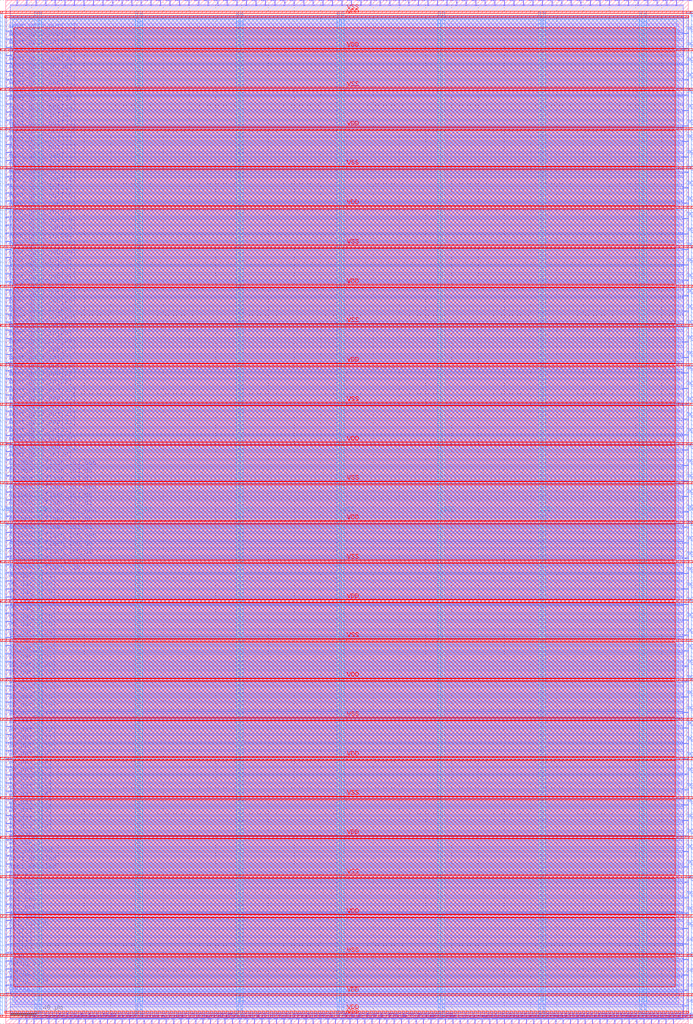
<source format=lef>
VERSION 5.7 ;
  NOWIREEXTENSIONATPIN ON ;
  DIVIDERCHAR "/" ;
  BUSBITCHARS "[]" ;
MACRO housekeeping
  CLASS BLOCK ;
  FOREIGN housekeeping ;
  ORIGIN 0.000 0.000 ;
  SIZE 520.000 BY 780.000 ;
  PIN VDD
    DIRECTION INOUT ;
    USE POWER ;
    PORT
      LAYER Metal4 ;
        RECT -0.880 8.080 0.720 768.080 ;
    END
    PORT
      LAYER Metal5 ;
        RECT -0.880 8.080 520.560 9.680 ;
    END
    PORT
      LAYER Metal5 ;
        RECT -0.880 766.480 520.560 768.080 ;
    END
    PORT
      LAYER Metal4 ;
        RECT 518.960 8.080 520.560 768.080 ;
    END
    PORT
      LAYER Metal4 ;
        RECT 22.240 4.780 23.840 771.380 ;
    END
    PORT
      LAYER Metal4 ;
        RECT 99.040 4.780 100.640 771.380 ;
    END
    PORT
      LAYER Metal4 ;
        RECT 175.840 4.780 177.440 771.380 ;
    END
    PORT
      LAYER Metal4 ;
        RECT 252.640 4.780 254.240 771.380 ;
    END
    PORT
      LAYER Metal4 ;
        RECT 329.440 4.780 331.040 771.380 ;
    END
    PORT
      LAYER Metal4 ;
        RECT 406.240 4.780 407.840 771.380 ;
    END
    PORT
      LAYER Metal4 ;
        RECT 483.040 4.780 484.640 771.380 ;
    END
    PORT
      LAYER Metal5 ;
        RECT -4.180 21.290 523.860 22.890 ;
    END
    PORT
      LAYER Metal5 ;
        RECT -4.180 81.290 523.860 82.890 ;
    END
    PORT
      LAYER Metal5 ;
        RECT -4.180 141.290 523.860 142.890 ;
    END
    PORT
      LAYER Metal5 ;
        RECT -4.180 201.290 523.860 202.890 ;
    END
    PORT
      LAYER Metal5 ;
        RECT -4.180 261.290 523.860 262.890 ;
    END
    PORT
      LAYER Metal5 ;
        RECT -4.180 321.290 523.860 322.890 ;
    END
    PORT
      LAYER Metal5 ;
        RECT -4.180 381.290 523.860 382.890 ;
    END
    PORT
      LAYER Metal5 ;
        RECT -4.180 441.290 523.860 442.890 ;
    END
    PORT
      LAYER Metal5 ;
        RECT -4.180 501.290 523.860 502.890 ;
    END
    PORT
      LAYER Metal5 ;
        RECT -4.180 561.290 523.860 562.890 ;
    END
    PORT
      LAYER Metal5 ;
        RECT -4.180 621.290 523.860 622.890 ;
    END
    PORT
      LAYER Metal5 ;
        RECT -4.180 681.290 523.860 682.890 ;
    END
    PORT
      LAYER Metal5 ;
        RECT -4.180 741.290 523.860 742.890 ;
    END
  END VDD
  PIN VSS
    DIRECTION INOUT ;
    USE GROUND ;
    PORT
      LAYER Metal4 ;
        RECT -4.180 4.780 -2.580 771.380 ;
    END
    PORT
      LAYER Metal5 ;
        RECT -4.180 4.780 523.860 6.380 ;
    END
    PORT
      LAYER Metal5 ;
        RECT -4.180 769.780 523.860 771.380 ;
    END
    PORT
      LAYER Metal4 ;
        RECT 522.260 4.780 523.860 771.380 ;
    END
    PORT
      LAYER Metal4 ;
        RECT 25.540 4.780 27.140 771.380 ;
    END
    PORT
      LAYER Metal4 ;
        RECT 102.340 4.780 103.940 771.380 ;
    END
    PORT
      LAYER Metal4 ;
        RECT 179.140 4.780 180.740 771.380 ;
    END
    PORT
      LAYER Metal4 ;
        RECT 255.940 4.780 257.540 771.380 ;
    END
    PORT
      LAYER Metal4 ;
        RECT 332.740 4.780 334.340 771.380 ;
    END
    PORT
      LAYER Metal4 ;
        RECT 409.540 4.780 411.140 771.380 ;
    END
    PORT
      LAYER Metal4 ;
        RECT 486.340 4.780 487.940 771.380 ;
    END
    PORT
      LAYER Metal5 ;
        RECT -4.180 51.290 523.860 52.890 ;
    END
    PORT
      LAYER Metal5 ;
        RECT -4.180 111.290 523.860 112.890 ;
    END
    PORT
      LAYER Metal5 ;
        RECT -4.180 171.290 523.860 172.890 ;
    END
    PORT
      LAYER Metal5 ;
        RECT -4.180 231.290 523.860 232.890 ;
    END
    PORT
      LAYER Metal5 ;
        RECT -4.180 291.290 523.860 292.890 ;
    END
    PORT
      LAYER Metal5 ;
        RECT -4.180 351.290 523.860 352.890 ;
    END
    PORT
      LAYER Metal5 ;
        RECT -4.180 411.290 523.860 412.890 ;
    END
    PORT
      LAYER Metal5 ;
        RECT -4.180 471.290 523.860 472.890 ;
    END
    PORT
      LAYER Metal5 ;
        RECT -4.180 531.290 523.860 532.890 ;
    END
    PORT
      LAYER Metal5 ;
        RECT -4.180 591.290 523.860 592.890 ;
    END
    PORT
      LAYER Metal5 ;
        RECT -4.180 651.290 523.860 652.890 ;
    END
    PORT
      LAYER Metal5 ;
        RECT -4.180 711.290 523.860 712.890 ;
    END
  END VSS
  PIN debug_in
    DIRECTION OUTPUT TRISTATE ;
    USE SIGNAL ;
    PORT
      LAYER Metal3 ;
        RECT 0.000 22.960 4.000 23.520 ;
    END
  END debug_in
  PIN debug_mode
    DIRECTION INPUT ;
    USE SIGNAL ;
    PORT
      LAYER Metal3 ;
        RECT 0.000 29.120 4.000 29.680 ;
    END
  END debug_mode
  PIN debug_oeb
    DIRECTION INPUT ;
    USE SIGNAL ;
    PORT
      LAYER Metal3 ;
        RECT 0.000 35.280 4.000 35.840 ;
    END
  END debug_oeb
  PIN debug_out
    DIRECTION INPUT ;
    USE SIGNAL ;
    PORT
      LAYER Metal3 ;
        RECT 0.000 41.440 4.000 42.000 ;
    END
  END debug_out
  PIN irq[0]
    DIRECTION OUTPUT TRISTATE ;
    USE SIGNAL ;
    PORT
      LAYER Metal3 ;
        RECT 0.000 53.760 4.000 54.320 ;
    END
  END irq[0]
  PIN irq[1]
    DIRECTION OUTPUT TRISTATE ;
    USE SIGNAL ;
    PORT
      LAYER Metal3 ;
        RECT 0.000 59.920 4.000 60.480 ;
    END
  END irq[1]
  PIN irq[2]
    DIRECTION OUTPUT TRISTATE ;
    USE SIGNAL ;
    PORT
      LAYER Metal3 ;
        RECT 0.000 66.080 4.000 66.640 ;
    END
  END irq[2]
  PIN mask_rev_in[0]
    DIRECTION INPUT ;
    USE SIGNAL ;
    PORT
      LAYER Metal2 ;
        RECT 329.280 0.000 329.840 4.000 ;
    END
  END mask_rev_in[0]
  PIN mask_rev_in[10]
    DIRECTION INPUT ;
    USE SIGNAL ;
    PORT
      LAYER Metal2 ;
        RECT 385.280 0.000 385.840 4.000 ;
    END
  END mask_rev_in[10]
  PIN mask_rev_in[11]
    DIRECTION INPUT ;
    USE SIGNAL ;
    PORT
      LAYER Metal2 ;
        RECT 390.880 0.000 391.440 4.000 ;
    END
  END mask_rev_in[11]
  PIN mask_rev_in[12]
    DIRECTION INPUT ;
    USE SIGNAL ;
    PORT
      LAYER Metal2 ;
        RECT 396.480 0.000 397.040 4.000 ;
    END
  END mask_rev_in[12]
  PIN mask_rev_in[13]
    DIRECTION INPUT ;
    USE SIGNAL ;
    PORT
      LAYER Metal2 ;
        RECT 402.080 0.000 402.640 4.000 ;
    END
  END mask_rev_in[13]
  PIN mask_rev_in[14]
    DIRECTION INPUT ;
    USE SIGNAL ;
    PORT
      LAYER Metal2 ;
        RECT 407.680 0.000 408.240 4.000 ;
    END
  END mask_rev_in[14]
  PIN mask_rev_in[15]
    DIRECTION INPUT ;
    USE SIGNAL ;
    PORT
      LAYER Metal2 ;
        RECT 413.280 0.000 413.840 4.000 ;
    END
  END mask_rev_in[15]
  PIN mask_rev_in[16]
    DIRECTION INPUT ;
    USE SIGNAL ;
    PORT
      LAYER Metal2 ;
        RECT 418.880 0.000 419.440 4.000 ;
    END
  END mask_rev_in[16]
  PIN mask_rev_in[17]
    DIRECTION INPUT ;
    USE SIGNAL ;
    PORT
      LAYER Metal2 ;
        RECT 424.480 0.000 425.040 4.000 ;
    END
  END mask_rev_in[17]
  PIN mask_rev_in[18]
    DIRECTION INPUT ;
    USE SIGNAL ;
    PORT
      LAYER Metal2 ;
        RECT 430.080 0.000 430.640 4.000 ;
    END
  END mask_rev_in[18]
  PIN mask_rev_in[19]
    DIRECTION INPUT ;
    USE SIGNAL ;
    PORT
      LAYER Metal2 ;
        RECT 435.680 0.000 436.240 4.000 ;
    END
  END mask_rev_in[19]
  PIN mask_rev_in[1]
    DIRECTION INPUT ;
    USE SIGNAL ;
    PORT
      LAYER Metal2 ;
        RECT 334.880 0.000 335.440 4.000 ;
    END
  END mask_rev_in[1]
  PIN mask_rev_in[20]
    DIRECTION INPUT ;
    USE SIGNAL ;
    PORT
      LAYER Metal2 ;
        RECT 441.280 0.000 441.840 4.000 ;
    END
  END mask_rev_in[20]
  PIN mask_rev_in[21]
    DIRECTION INPUT ;
    USE SIGNAL ;
    PORT
      LAYER Metal2 ;
        RECT 446.880 0.000 447.440 4.000 ;
    END
  END mask_rev_in[21]
  PIN mask_rev_in[22]
    DIRECTION INPUT ;
    USE SIGNAL ;
    PORT
      LAYER Metal2 ;
        RECT 452.480 0.000 453.040 4.000 ;
    END
  END mask_rev_in[22]
  PIN mask_rev_in[23]
    DIRECTION INPUT ;
    USE SIGNAL ;
    PORT
      LAYER Metal2 ;
        RECT 458.080 0.000 458.640 4.000 ;
    END
  END mask_rev_in[23]
  PIN mask_rev_in[24]
    DIRECTION INPUT ;
    USE SIGNAL ;
    PORT
      LAYER Metal2 ;
        RECT 463.680 0.000 464.240 4.000 ;
    END
  END mask_rev_in[24]
  PIN mask_rev_in[25]
    DIRECTION INPUT ;
    USE SIGNAL ;
    PORT
      LAYER Metal2 ;
        RECT 469.280 0.000 469.840 4.000 ;
    END
  END mask_rev_in[25]
  PIN mask_rev_in[26]
    DIRECTION INPUT ;
    USE SIGNAL ;
    PORT
      LAYER Metal2 ;
        RECT 474.880 0.000 475.440 4.000 ;
    END
  END mask_rev_in[26]
  PIN mask_rev_in[27]
    DIRECTION INPUT ;
    USE SIGNAL ;
    PORT
      LAYER Metal2 ;
        RECT 480.480 0.000 481.040 4.000 ;
    END
  END mask_rev_in[27]
  PIN mask_rev_in[28]
    DIRECTION INPUT ;
    USE SIGNAL ;
    PORT
      LAYER Metal2 ;
        RECT 486.080 0.000 486.640 4.000 ;
    END
  END mask_rev_in[28]
  PIN mask_rev_in[29]
    DIRECTION INPUT ;
    USE SIGNAL ;
    PORT
      LAYER Metal2 ;
        RECT 491.680 0.000 492.240 4.000 ;
    END
  END mask_rev_in[29]
  PIN mask_rev_in[2]
    DIRECTION INPUT ;
    USE SIGNAL ;
    PORT
      LAYER Metal2 ;
        RECT 340.480 0.000 341.040 4.000 ;
    END
  END mask_rev_in[2]
  PIN mask_rev_in[30]
    DIRECTION INPUT ;
    USE SIGNAL ;
    PORT
      LAYER Metal2 ;
        RECT 497.280 0.000 497.840 4.000 ;
    END
  END mask_rev_in[30]
  PIN mask_rev_in[31]
    DIRECTION INPUT ;
    USE SIGNAL ;
    PORT
      LAYER Metal2 ;
        RECT 502.880 0.000 503.440 4.000 ;
    END
  END mask_rev_in[31]
  PIN mask_rev_in[3]
    DIRECTION INPUT ;
    USE SIGNAL ;
    PORT
      LAYER Metal2 ;
        RECT 346.080 0.000 346.640 4.000 ;
    END
  END mask_rev_in[3]
  PIN mask_rev_in[4]
    DIRECTION INPUT ;
    USE SIGNAL ;
    PORT
      LAYER Metal2 ;
        RECT 351.680 0.000 352.240 4.000 ;
    END
  END mask_rev_in[4]
  PIN mask_rev_in[5]
    DIRECTION INPUT ;
    USE SIGNAL ;
    PORT
      LAYER Metal2 ;
        RECT 357.280 0.000 357.840 4.000 ;
    END
  END mask_rev_in[5]
  PIN mask_rev_in[6]
    DIRECTION INPUT ;
    USE SIGNAL ;
    PORT
      LAYER Metal2 ;
        RECT 362.880 0.000 363.440 4.000 ;
    END
  END mask_rev_in[6]
  PIN mask_rev_in[7]
    DIRECTION INPUT ;
    USE SIGNAL ;
    PORT
      LAYER Metal2 ;
        RECT 368.480 0.000 369.040 4.000 ;
    END
  END mask_rev_in[7]
  PIN mask_rev_in[8]
    DIRECTION INPUT ;
    USE SIGNAL ;
    PORT
      LAYER Metal2 ;
        RECT 374.080 0.000 374.640 4.000 ;
    END
  END mask_rev_in[8]
  PIN mask_rev_in[9]
    DIRECTION INPUT ;
    USE SIGNAL ;
    PORT
      LAYER Metal2 ;
        RECT 379.680 0.000 380.240 4.000 ;
    END
  END mask_rev_in[9]
  PIN mgmt_gpio_in[0]
    DIRECTION INPUT ;
    USE SIGNAL ;
    PORT
      LAYER Metal3 ;
        RECT 516.000 72.240 520.000 72.800 ;
    END
  END mgmt_gpio_in[0]
  PIN mgmt_gpio_in[10]
    DIRECTION INPUT ;
    USE SIGNAL ;
    PORT
      LAYER Metal3 ;
        RECT 516.000 425.040 520.000 425.600 ;
    END
  END mgmt_gpio_in[10]
  PIN mgmt_gpio_in[11]
    DIRECTION INPUT ;
    USE SIGNAL ;
    PORT
      LAYER Metal3 ;
        RECT 516.000 460.320 520.000 460.880 ;
    END
  END mgmt_gpio_in[11]
  PIN mgmt_gpio_in[12]
    DIRECTION INPUT ;
    USE SIGNAL ;
    PORT
      LAYER Metal3 ;
        RECT 516.000 495.600 520.000 496.160 ;
    END
  END mgmt_gpio_in[12]
  PIN mgmt_gpio_in[13]
    DIRECTION INPUT ;
    USE SIGNAL ;
    PORT
      LAYER Metal3 ;
        RECT 516.000 530.880 520.000 531.440 ;
    END
  END mgmt_gpio_in[13]
  PIN mgmt_gpio_in[14]
    DIRECTION INPUT ;
    USE SIGNAL ;
    PORT
      LAYER Metal3 ;
        RECT 516.000 566.160 520.000 566.720 ;
    END
  END mgmt_gpio_in[14]
  PIN mgmt_gpio_in[15]
    DIRECTION INPUT ;
    USE SIGNAL ;
    PORT
      LAYER Metal3 ;
        RECT 516.000 601.440 520.000 602.000 ;
    END
  END mgmt_gpio_in[15]
  PIN mgmt_gpio_in[16]
    DIRECTION INPUT ;
    USE SIGNAL ;
    PORT
      LAYER Metal3 ;
        RECT 516.000 636.720 520.000 637.280 ;
    END
  END mgmt_gpio_in[16]
  PIN mgmt_gpio_in[17]
    DIRECTION INPUT ;
    USE SIGNAL ;
    PORT
      LAYER Metal3 ;
        RECT 516.000 672.000 520.000 672.560 ;
    END
  END mgmt_gpio_in[17]
  PIN mgmt_gpio_in[18]
    DIRECTION INPUT ;
    USE SIGNAL ;
    PORT
      LAYER Metal3 ;
        RECT 516.000 707.280 520.000 707.840 ;
    END
  END mgmt_gpio_in[18]
  PIN mgmt_gpio_in[19]
    DIRECTION INPUT ;
    USE SIGNAL ;
    PORT
      LAYER Metal3 ;
        RECT 516.000 742.560 520.000 743.120 ;
    END
  END mgmt_gpio_in[19]
  PIN mgmt_gpio_in[1]
    DIRECTION INPUT ;
    USE SIGNAL ;
    PORT
      LAYER Metal3 ;
        RECT 516.000 107.520 520.000 108.080 ;
    END
  END mgmt_gpio_in[1]
  PIN mgmt_gpio_in[20]
    DIRECTION INPUT ;
    USE SIGNAL ;
    PORT
      LAYER Metal3 ;
        RECT 0.000 429.520 4.000 430.080 ;
    END
  END mgmt_gpio_in[20]
  PIN mgmt_gpio_in[21]
    DIRECTION INPUT ;
    USE SIGNAL ;
    PORT
      LAYER Metal3 ;
        RECT 0.000 448.000 4.000 448.560 ;
    END
  END mgmt_gpio_in[21]
  PIN mgmt_gpio_in[22]
    DIRECTION INPUT ;
    USE SIGNAL ;
    PORT
      LAYER Metal3 ;
        RECT 0.000 466.480 4.000 467.040 ;
    END
  END mgmt_gpio_in[22]
  PIN mgmt_gpio_in[23]
    DIRECTION INPUT ;
    USE SIGNAL ;
    PORT
      LAYER Metal3 ;
        RECT 0.000 484.960 4.000 485.520 ;
    END
  END mgmt_gpio_in[23]
  PIN mgmt_gpio_in[24]
    DIRECTION INPUT ;
    USE SIGNAL ;
    PORT
      LAYER Metal3 ;
        RECT 0.000 503.440 4.000 504.000 ;
    END
  END mgmt_gpio_in[24]
  PIN mgmt_gpio_in[25]
    DIRECTION INPUT ;
    USE SIGNAL ;
    PORT
      LAYER Metal3 ;
        RECT 0.000 521.920 4.000 522.480 ;
    END
  END mgmt_gpio_in[25]
  PIN mgmt_gpio_in[26]
    DIRECTION INPUT ;
    USE SIGNAL ;
    PORT
      LAYER Metal3 ;
        RECT 0.000 540.400 4.000 540.960 ;
    END
  END mgmt_gpio_in[26]
  PIN mgmt_gpio_in[27]
    DIRECTION INPUT ;
    USE SIGNAL ;
    PORT
      LAYER Metal3 ;
        RECT 0.000 558.880 4.000 559.440 ;
    END
  END mgmt_gpio_in[27]
  PIN mgmt_gpio_in[28]
    DIRECTION INPUT ;
    USE SIGNAL ;
    PORT
      LAYER Metal3 ;
        RECT 0.000 577.360 4.000 577.920 ;
    END
  END mgmt_gpio_in[28]
  PIN mgmt_gpio_in[29]
    DIRECTION INPUT ;
    USE SIGNAL ;
    PORT
      LAYER Metal3 ;
        RECT 0.000 595.840 4.000 596.400 ;
    END
  END mgmt_gpio_in[29]
  PIN mgmt_gpio_in[2]
    DIRECTION INPUT ;
    USE SIGNAL ;
    PORT
      LAYER Metal3 ;
        RECT 516.000 142.800 520.000 143.360 ;
    END
  END mgmt_gpio_in[2]
  PIN mgmt_gpio_in[30]
    DIRECTION INPUT ;
    USE SIGNAL ;
    PORT
      LAYER Metal3 ;
        RECT 0.000 614.320 4.000 614.880 ;
    END
  END mgmt_gpio_in[30]
  PIN mgmt_gpio_in[31]
    DIRECTION INPUT ;
    USE SIGNAL ;
    PORT
      LAYER Metal3 ;
        RECT 0.000 632.800 4.000 633.360 ;
    END
  END mgmt_gpio_in[31]
  PIN mgmt_gpio_in[32]
    DIRECTION INPUT ;
    USE SIGNAL ;
    PORT
      LAYER Metal3 ;
        RECT 0.000 651.280 4.000 651.840 ;
    END
  END mgmt_gpio_in[32]
  PIN mgmt_gpio_in[33]
    DIRECTION INPUT ;
    USE SIGNAL ;
    PORT
      LAYER Metal3 ;
        RECT 0.000 669.760 4.000 670.320 ;
    END
  END mgmt_gpio_in[33]
  PIN mgmt_gpio_in[34]
    DIRECTION INPUT ;
    USE SIGNAL ;
    PORT
      LAYER Metal3 ;
        RECT 0.000 688.240 4.000 688.800 ;
    END
  END mgmt_gpio_in[34]
  PIN mgmt_gpio_in[35]
    DIRECTION INPUT ;
    USE SIGNAL ;
    PORT
      LAYER Metal3 ;
        RECT 0.000 706.720 4.000 707.280 ;
    END
  END mgmt_gpio_in[35]
  PIN mgmt_gpio_in[36]
    DIRECTION INPUT ;
    USE SIGNAL ;
    PORT
      LAYER Metal3 ;
        RECT 0.000 725.200 4.000 725.760 ;
    END
  END mgmt_gpio_in[36]
  PIN mgmt_gpio_in[37]
    DIRECTION INPUT ;
    USE SIGNAL ;
    PORT
      LAYER Metal3 ;
        RECT 0.000 743.680 4.000 744.240 ;
    END
  END mgmt_gpio_in[37]
  PIN mgmt_gpio_in[3]
    DIRECTION INPUT ;
    USE SIGNAL ;
    PORT
      LAYER Metal3 ;
        RECT 516.000 178.080 520.000 178.640 ;
    END
  END mgmt_gpio_in[3]
  PIN mgmt_gpio_in[4]
    DIRECTION INPUT ;
    USE SIGNAL ;
    PORT
      LAYER Metal3 ;
        RECT 516.000 213.360 520.000 213.920 ;
    END
  END mgmt_gpio_in[4]
  PIN mgmt_gpio_in[5]
    DIRECTION INPUT ;
    USE SIGNAL ;
    PORT
      LAYER Metal3 ;
        RECT 516.000 248.640 520.000 249.200 ;
    END
  END mgmt_gpio_in[5]
  PIN mgmt_gpio_in[6]
    DIRECTION INPUT ;
    USE SIGNAL ;
    PORT
      LAYER Metal3 ;
        RECT 516.000 283.920 520.000 284.480 ;
    END
  END mgmt_gpio_in[6]
  PIN mgmt_gpio_in[7]
    DIRECTION INPUT ;
    USE SIGNAL ;
    PORT
      LAYER Metal3 ;
        RECT 516.000 319.200 520.000 319.760 ;
    END
  END mgmt_gpio_in[7]
  PIN mgmt_gpio_in[8]
    DIRECTION INPUT ;
    USE SIGNAL ;
    PORT
      LAYER Metal3 ;
        RECT 516.000 354.480 520.000 355.040 ;
    END
  END mgmt_gpio_in[8]
  PIN mgmt_gpio_in[9]
    DIRECTION INPUT ;
    USE SIGNAL ;
    PORT
      LAYER Metal3 ;
        RECT 516.000 389.760 520.000 390.320 ;
    END
  END mgmt_gpio_in[9]
  PIN mgmt_gpio_oeb[0]
    DIRECTION OUTPUT TRISTATE ;
    USE SIGNAL ;
    PORT
      LAYER Metal3 ;
        RECT 516.000 84.000 520.000 84.560 ;
    END
  END mgmt_gpio_oeb[0]
  PIN mgmt_gpio_oeb[10]
    DIRECTION OUTPUT TRISTATE ;
    USE SIGNAL ;
    PORT
      LAYER Metal3 ;
        RECT 516.000 436.800 520.000 437.360 ;
    END
  END mgmt_gpio_oeb[10]
  PIN mgmt_gpio_oeb[11]
    DIRECTION OUTPUT TRISTATE ;
    USE SIGNAL ;
    PORT
      LAYER Metal3 ;
        RECT 516.000 472.080 520.000 472.640 ;
    END
  END mgmt_gpio_oeb[11]
  PIN mgmt_gpio_oeb[12]
    DIRECTION OUTPUT TRISTATE ;
    USE SIGNAL ;
    PORT
      LAYER Metal3 ;
        RECT 516.000 507.360 520.000 507.920 ;
    END
  END mgmt_gpio_oeb[12]
  PIN mgmt_gpio_oeb[13]
    DIRECTION OUTPUT TRISTATE ;
    USE SIGNAL ;
    PORT
      LAYER Metal3 ;
        RECT 516.000 542.640 520.000 543.200 ;
    END
  END mgmt_gpio_oeb[13]
  PIN mgmt_gpio_oeb[14]
    DIRECTION OUTPUT TRISTATE ;
    USE SIGNAL ;
    PORT
      LAYER Metal3 ;
        RECT 516.000 577.920 520.000 578.480 ;
    END
  END mgmt_gpio_oeb[14]
  PIN mgmt_gpio_oeb[15]
    DIRECTION OUTPUT TRISTATE ;
    USE SIGNAL ;
    PORT
      LAYER Metal3 ;
        RECT 516.000 613.200 520.000 613.760 ;
    END
  END mgmt_gpio_oeb[15]
  PIN mgmt_gpio_oeb[16]
    DIRECTION OUTPUT TRISTATE ;
    USE SIGNAL ;
    PORT
      LAYER Metal3 ;
        RECT 516.000 648.480 520.000 649.040 ;
    END
  END mgmt_gpio_oeb[16]
  PIN mgmt_gpio_oeb[17]
    DIRECTION OUTPUT TRISTATE ;
    USE SIGNAL ;
    PORT
      LAYER Metal3 ;
        RECT 516.000 683.760 520.000 684.320 ;
    END
  END mgmt_gpio_oeb[17]
  PIN mgmt_gpio_oeb[18]
    DIRECTION OUTPUT TRISTATE ;
    USE SIGNAL ;
    PORT
      LAYER Metal3 ;
        RECT 516.000 719.040 520.000 719.600 ;
    END
  END mgmt_gpio_oeb[18]
  PIN mgmt_gpio_oeb[19]
    DIRECTION OUTPUT TRISTATE ;
    USE SIGNAL ;
    PORT
      LAYER Metal3 ;
        RECT 516.000 754.320 520.000 754.880 ;
    END
  END mgmt_gpio_oeb[19]
  PIN mgmt_gpio_oeb[1]
    DIRECTION OUTPUT TRISTATE ;
    USE SIGNAL ;
    PORT
      LAYER Metal3 ;
        RECT 516.000 119.280 520.000 119.840 ;
    END
  END mgmt_gpio_oeb[1]
  PIN mgmt_gpio_oeb[20]
    DIRECTION OUTPUT TRISTATE ;
    USE SIGNAL ;
    PORT
      LAYER Metal3 ;
        RECT 0.000 435.680 4.000 436.240 ;
    END
  END mgmt_gpio_oeb[20]
  PIN mgmt_gpio_oeb[21]
    DIRECTION OUTPUT TRISTATE ;
    USE SIGNAL ;
    PORT
      LAYER Metal3 ;
        RECT 0.000 454.160 4.000 454.720 ;
    END
  END mgmt_gpio_oeb[21]
  PIN mgmt_gpio_oeb[22]
    DIRECTION OUTPUT TRISTATE ;
    USE SIGNAL ;
    PORT
      LAYER Metal3 ;
        RECT 0.000 472.640 4.000 473.200 ;
    END
  END mgmt_gpio_oeb[22]
  PIN mgmt_gpio_oeb[23]
    DIRECTION OUTPUT TRISTATE ;
    USE SIGNAL ;
    PORT
      LAYER Metal3 ;
        RECT 0.000 491.120 4.000 491.680 ;
    END
  END mgmt_gpio_oeb[23]
  PIN mgmt_gpio_oeb[24]
    DIRECTION OUTPUT TRISTATE ;
    USE SIGNAL ;
    PORT
      LAYER Metal3 ;
        RECT 0.000 509.600 4.000 510.160 ;
    END
  END mgmt_gpio_oeb[24]
  PIN mgmt_gpio_oeb[25]
    DIRECTION OUTPUT TRISTATE ;
    USE SIGNAL ;
    PORT
      LAYER Metal3 ;
        RECT 0.000 528.080 4.000 528.640 ;
    END
  END mgmt_gpio_oeb[25]
  PIN mgmt_gpio_oeb[26]
    DIRECTION OUTPUT TRISTATE ;
    USE SIGNAL ;
    PORT
      LAYER Metal3 ;
        RECT 0.000 546.560 4.000 547.120 ;
    END
  END mgmt_gpio_oeb[26]
  PIN mgmt_gpio_oeb[27]
    DIRECTION OUTPUT TRISTATE ;
    USE SIGNAL ;
    PORT
      LAYER Metal3 ;
        RECT 0.000 565.040 4.000 565.600 ;
    END
  END mgmt_gpio_oeb[27]
  PIN mgmt_gpio_oeb[28]
    DIRECTION OUTPUT TRISTATE ;
    USE SIGNAL ;
    PORT
      LAYER Metal3 ;
        RECT 0.000 583.520 4.000 584.080 ;
    END
  END mgmt_gpio_oeb[28]
  PIN mgmt_gpio_oeb[29]
    DIRECTION OUTPUT TRISTATE ;
    USE SIGNAL ;
    PORT
      LAYER Metal3 ;
        RECT 0.000 602.000 4.000 602.560 ;
    END
  END mgmt_gpio_oeb[29]
  PIN mgmt_gpio_oeb[2]
    DIRECTION OUTPUT TRISTATE ;
    USE SIGNAL ;
    PORT
      LAYER Metal3 ;
        RECT 516.000 154.560 520.000 155.120 ;
    END
  END mgmt_gpio_oeb[2]
  PIN mgmt_gpio_oeb[30]
    DIRECTION OUTPUT TRISTATE ;
    USE SIGNAL ;
    PORT
      LAYER Metal3 ;
        RECT 0.000 620.480 4.000 621.040 ;
    END
  END mgmt_gpio_oeb[30]
  PIN mgmt_gpio_oeb[31]
    DIRECTION OUTPUT TRISTATE ;
    USE SIGNAL ;
    PORT
      LAYER Metal3 ;
        RECT 0.000 638.960 4.000 639.520 ;
    END
  END mgmt_gpio_oeb[31]
  PIN mgmt_gpio_oeb[32]
    DIRECTION OUTPUT TRISTATE ;
    USE SIGNAL ;
    PORT
      LAYER Metal3 ;
        RECT 0.000 657.440 4.000 658.000 ;
    END
  END mgmt_gpio_oeb[32]
  PIN mgmt_gpio_oeb[33]
    DIRECTION OUTPUT TRISTATE ;
    USE SIGNAL ;
    PORT
      LAYER Metal3 ;
        RECT 0.000 675.920 4.000 676.480 ;
    END
  END mgmt_gpio_oeb[33]
  PIN mgmt_gpio_oeb[34]
    DIRECTION OUTPUT TRISTATE ;
    USE SIGNAL ;
    PORT
      LAYER Metal3 ;
        RECT 0.000 694.400 4.000 694.960 ;
    END
  END mgmt_gpio_oeb[34]
  PIN mgmt_gpio_oeb[35]
    DIRECTION OUTPUT TRISTATE ;
    USE SIGNAL ;
    PORT
      LAYER Metal3 ;
        RECT 0.000 712.880 4.000 713.440 ;
    END
  END mgmt_gpio_oeb[35]
  PIN mgmt_gpio_oeb[36]
    DIRECTION OUTPUT TRISTATE ;
    USE SIGNAL ;
    PORT
      LAYER Metal3 ;
        RECT 0.000 731.360 4.000 731.920 ;
    END
  END mgmt_gpio_oeb[36]
  PIN mgmt_gpio_oeb[37]
    DIRECTION OUTPUT TRISTATE ;
    USE SIGNAL ;
    PORT
      LAYER Metal3 ;
        RECT 0.000 749.840 4.000 750.400 ;
    END
  END mgmt_gpio_oeb[37]
  PIN mgmt_gpio_oeb[3]
    DIRECTION OUTPUT TRISTATE ;
    USE SIGNAL ;
    PORT
      LAYER Metal3 ;
        RECT 516.000 189.840 520.000 190.400 ;
    END
  END mgmt_gpio_oeb[3]
  PIN mgmt_gpio_oeb[4]
    DIRECTION OUTPUT TRISTATE ;
    USE SIGNAL ;
    PORT
      LAYER Metal3 ;
        RECT 516.000 225.120 520.000 225.680 ;
    END
  END mgmt_gpio_oeb[4]
  PIN mgmt_gpio_oeb[5]
    DIRECTION OUTPUT TRISTATE ;
    USE SIGNAL ;
    PORT
      LAYER Metal3 ;
        RECT 516.000 260.400 520.000 260.960 ;
    END
  END mgmt_gpio_oeb[5]
  PIN mgmt_gpio_oeb[6]
    DIRECTION OUTPUT TRISTATE ;
    USE SIGNAL ;
    PORT
      LAYER Metal3 ;
        RECT 516.000 295.680 520.000 296.240 ;
    END
  END mgmt_gpio_oeb[6]
  PIN mgmt_gpio_oeb[7]
    DIRECTION OUTPUT TRISTATE ;
    USE SIGNAL ;
    PORT
      LAYER Metal3 ;
        RECT 516.000 330.960 520.000 331.520 ;
    END
  END mgmt_gpio_oeb[7]
  PIN mgmt_gpio_oeb[8]
    DIRECTION OUTPUT TRISTATE ;
    USE SIGNAL ;
    PORT
      LAYER Metal3 ;
        RECT 516.000 366.240 520.000 366.800 ;
    END
  END mgmt_gpio_oeb[8]
  PIN mgmt_gpio_oeb[9]
    DIRECTION OUTPUT TRISTATE ;
    USE SIGNAL ;
    PORT
      LAYER Metal3 ;
        RECT 516.000 401.520 520.000 402.080 ;
    END
  END mgmt_gpio_oeb[9]
  PIN mgmt_gpio_out[0]
    DIRECTION OUTPUT TRISTATE ;
    USE SIGNAL ;
    PORT
      LAYER Metal3 ;
        RECT 516.000 95.760 520.000 96.320 ;
    END
  END mgmt_gpio_out[0]
  PIN mgmt_gpio_out[10]
    DIRECTION OUTPUT TRISTATE ;
    USE SIGNAL ;
    PORT
      LAYER Metal3 ;
        RECT 516.000 448.560 520.000 449.120 ;
    END
  END mgmt_gpio_out[10]
  PIN mgmt_gpio_out[11]
    DIRECTION OUTPUT TRISTATE ;
    USE SIGNAL ;
    PORT
      LAYER Metal3 ;
        RECT 516.000 483.840 520.000 484.400 ;
    END
  END mgmt_gpio_out[11]
  PIN mgmt_gpio_out[12]
    DIRECTION OUTPUT TRISTATE ;
    USE SIGNAL ;
    PORT
      LAYER Metal3 ;
        RECT 516.000 519.120 520.000 519.680 ;
    END
  END mgmt_gpio_out[12]
  PIN mgmt_gpio_out[13]
    DIRECTION OUTPUT TRISTATE ;
    USE SIGNAL ;
    PORT
      LAYER Metal3 ;
        RECT 516.000 554.400 520.000 554.960 ;
    END
  END mgmt_gpio_out[13]
  PIN mgmt_gpio_out[14]
    DIRECTION OUTPUT TRISTATE ;
    USE SIGNAL ;
    PORT
      LAYER Metal3 ;
        RECT 516.000 589.680 520.000 590.240 ;
    END
  END mgmt_gpio_out[14]
  PIN mgmt_gpio_out[15]
    DIRECTION OUTPUT TRISTATE ;
    USE SIGNAL ;
    PORT
      LAYER Metal3 ;
        RECT 516.000 624.960 520.000 625.520 ;
    END
  END mgmt_gpio_out[15]
  PIN mgmt_gpio_out[16]
    DIRECTION OUTPUT TRISTATE ;
    USE SIGNAL ;
    PORT
      LAYER Metal3 ;
        RECT 516.000 660.240 520.000 660.800 ;
    END
  END mgmt_gpio_out[16]
  PIN mgmt_gpio_out[17]
    DIRECTION OUTPUT TRISTATE ;
    USE SIGNAL ;
    PORT
      LAYER Metal3 ;
        RECT 516.000 695.520 520.000 696.080 ;
    END
  END mgmt_gpio_out[17]
  PIN mgmt_gpio_out[18]
    DIRECTION OUTPUT TRISTATE ;
    USE SIGNAL ;
    PORT
      LAYER Metal3 ;
        RECT 516.000 730.800 520.000 731.360 ;
    END
  END mgmt_gpio_out[18]
  PIN mgmt_gpio_out[19]
    DIRECTION OUTPUT TRISTATE ;
    USE SIGNAL ;
    PORT
      LAYER Metal3 ;
        RECT 516.000 766.080 520.000 766.640 ;
    END
  END mgmt_gpio_out[19]
  PIN mgmt_gpio_out[1]
    DIRECTION OUTPUT TRISTATE ;
    USE SIGNAL ;
    PORT
      LAYER Metal3 ;
        RECT 516.000 131.040 520.000 131.600 ;
    END
  END mgmt_gpio_out[1]
  PIN mgmt_gpio_out[20]
    DIRECTION OUTPUT TRISTATE ;
    USE SIGNAL ;
    PORT
      LAYER Metal3 ;
        RECT 0.000 441.840 4.000 442.400 ;
    END
  END mgmt_gpio_out[20]
  PIN mgmt_gpio_out[21]
    DIRECTION OUTPUT TRISTATE ;
    USE SIGNAL ;
    PORT
      LAYER Metal3 ;
        RECT 0.000 460.320 4.000 460.880 ;
    END
  END mgmt_gpio_out[21]
  PIN mgmt_gpio_out[22]
    DIRECTION OUTPUT TRISTATE ;
    USE SIGNAL ;
    PORT
      LAYER Metal3 ;
        RECT 0.000 478.800 4.000 479.360 ;
    END
  END mgmt_gpio_out[22]
  PIN mgmt_gpio_out[23]
    DIRECTION OUTPUT TRISTATE ;
    USE SIGNAL ;
    PORT
      LAYER Metal3 ;
        RECT 0.000 497.280 4.000 497.840 ;
    END
  END mgmt_gpio_out[23]
  PIN mgmt_gpio_out[24]
    DIRECTION OUTPUT TRISTATE ;
    USE SIGNAL ;
    PORT
      LAYER Metal3 ;
        RECT 0.000 515.760 4.000 516.320 ;
    END
  END mgmt_gpio_out[24]
  PIN mgmt_gpio_out[25]
    DIRECTION OUTPUT TRISTATE ;
    USE SIGNAL ;
    PORT
      LAYER Metal3 ;
        RECT 0.000 534.240 4.000 534.800 ;
    END
  END mgmt_gpio_out[25]
  PIN mgmt_gpio_out[26]
    DIRECTION OUTPUT TRISTATE ;
    USE SIGNAL ;
    PORT
      LAYER Metal3 ;
        RECT 0.000 552.720 4.000 553.280 ;
    END
  END mgmt_gpio_out[26]
  PIN mgmt_gpio_out[27]
    DIRECTION OUTPUT TRISTATE ;
    USE SIGNAL ;
    PORT
      LAYER Metal3 ;
        RECT 0.000 571.200 4.000 571.760 ;
    END
  END mgmt_gpio_out[27]
  PIN mgmt_gpio_out[28]
    DIRECTION OUTPUT TRISTATE ;
    USE SIGNAL ;
    PORT
      LAYER Metal3 ;
        RECT 0.000 589.680 4.000 590.240 ;
    END
  END mgmt_gpio_out[28]
  PIN mgmt_gpio_out[29]
    DIRECTION OUTPUT TRISTATE ;
    USE SIGNAL ;
    PORT
      LAYER Metal3 ;
        RECT 0.000 608.160 4.000 608.720 ;
    END
  END mgmt_gpio_out[29]
  PIN mgmt_gpio_out[2]
    DIRECTION OUTPUT TRISTATE ;
    USE SIGNAL ;
    PORT
      LAYER Metal3 ;
        RECT 516.000 166.320 520.000 166.880 ;
    END
  END mgmt_gpio_out[2]
  PIN mgmt_gpio_out[30]
    DIRECTION OUTPUT TRISTATE ;
    USE SIGNAL ;
    PORT
      LAYER Metal3 ;
        RECT 0.000 626.640 4.000 627.200 ;
    END
  END mgmt_gpio_out[30]
  PIN mgmt_gpio_out[31]
    DIRECTION OUTPUT TRISTATE ;
    USE SIGNAL ;
    PORT
      LAYER Metal3 ;
        RECT 0.000 645.120 4.000 645.680 ;
    END
  END mgmt_gpio_out[31]
  PIN mgmt_gpio_out[32]
    DIRECTION OUTPUT TRISTATE ;
    USE SIGNAL ;
    PORT
      LAYER Metal3 ;
        RECT 0.000 663.600 4.000 664.160 ;
    END
  END mgmt_gpio_out[32]
  PIN mgmt_gpio_out[33]
    DIRECTION OUTPUT TRISTATE ;
    USE SIGNAL ;
    PORT
      LAYER Metal3 ;
        RECT 0.000 682.080 4.000 682.640 ;
    END
  END mgmt_gpio_out[33]
  PIN mgmt_gpio_out[34]
    DIRECTION OUTPUT TRISTATE ;
    USE SIGNAL ;
    PORT
      LAYER Metal3 ;
        RECT 0.000 700.560 4.000 701.120 ;
    END
  END mgmt_gpio_out[34]
  PIN mgmt_gpio_out[35]
    DIRECTION OUTPUT TRISTATE ;
    USE SIGNAL ;
    PORT
      LAYER Metal3 ;
        RECT 0.000 719.040 4.000 719.600 ;
    END
  END mgmt_gpio_out[35]
  PIN mgmt_gpio_out[36]
    DIRECTION OUTPUT TRISTATE ;
    USE SIGNAL ;
    PORT
      LAYER Metal3 ;
        RECT 0.000 737.520 4.000 738.080 ;
    END
  END mgmt_gpio_out[36]
  PIN mgmt_gpio_out[37]
    DIRECTION OUTPUT TRISTATE ;
    USE SIGNAL ;
    PORT
      LAYER Metal3 ;
        RECT 0.000 756.000 4.000 756.560 ;
    END
  END mgmt_gpio_out[37]
  PIN mgmt_gpio_out[3]
    DIRECTION OUTPUT TRISTATE ;
    USE SIGNAL ;
    PORT
      LAYER Metal3 ;
        RECT 516.000 201.600 520.000 202.160 ;
    END
  END mgmt_gpio_out[3]
  PIN mgmt_gpio_out[4]
    DIRECTION OUTPUT TRISTATE ;
    USE SIGNAL ;
    PORT
      LAYER Metal3 ;
        RECT 516.000 236.880 520.000 237.440 ;
    END
  END mgmt_gpio_out[4]
  PIN mgmt_gpio_out[5]
    DIRECTION OUTPUT TRISTATE ;
    USE SIGNAL ;
    PORT
      LAYER Metal3 ;
        RECT 516.000 272.160 520.000 272.720 ;
    END
  END mgmt_gpio_out[5]
  PIN mgmt_gpio_out[6]
    DIRECTION OUTPUT TRISTATE ;
    USE SIGNAL ;
    PORT
      LAYER Metal3 ;
        RECT 516.000 307.440 520.000 308.000 ;
    END
  END mgmt_gpio_out[6]
  PIN mgmt_gpio_out[7]
    DIRECTION OUTPUT TRISTATE ;
    USE SIGNAL ;
    PORT
      LAYER Metal3 ;
        RECT 516.000 342.720 520.000 343.280 ;
    END
  END mgmt_gpio_out[7]
  PIN mgmt_gpio_out[8]
    DIRECTION OUTPUT TRISTATE ;
    USE SIGNAL ;
    PORT
      LAYER Metal3 ;
        RECT 516.000 378.000 520.000 378.560 ;
    END
  END mgmt_gpio_out[8]
  PIN mgmt_gpio_out[9]
    DIRECTION OUTPUT TRISTATE ;
    USE SIGNAL ;
    PORT
      LAYER Metal3 ;
        RECT 516.000 413.280 520.000 413.840 ;
    END
  END mgmt_gpio_out[9]
  PIN pad_flash_clk
    DIRECTION OUTPUT TRISTATE ;
    USE SIGNAL ;
    PORT
      LAYER Metal2 ;
        RECT 15.680 0.000 16.240 4.000 ;
    END
  END pad_flash_clk
  PIN pad_flash_clk_oe
    DIRECTION OUTPUT TRISTATE ;
    USE SIGNAL ;
    PORT
      LAYER Metal2 ;
        RECT 21.280 0.000 21.840 4.000 ;
    END
  END pad_flash_clk_oe
  PIN pad_flash_csb
    DIRECTION OUTPUT TRISTATE ;
    USE SIGNAL ;
    PORT
      LAYER Metal2 ;
        RECT 26.880 0.000 27.440 4.000 ;
    END
  END pad_flash_csb
  PIN pad_flash_csb_oe
    DIRECTION OUTPUT TRISTATE ;
    USE SIGNAL ;
    PORT
      LAYER Metal2 ;
        RECT 32.480 0.000 33.040 4.000 ;
    END
  END pad_flash_csb_oe
  PIN pad_flash_io0_di
    DIRECTION INPUT ;
    USE SIGNAL ;
    PORT
      LAYER Metal2 ;
        RECT 38.080 0.000 38.640 4.000 ;
    END
  END pad_flash_io0_di
  PIN pad_flash_io0_do
    DIRECTION OUTPUT TRISTATE ;
    USE SIGNAL ;
    PORT
      LAYER Metal2 ;
        RECT 43.680 0.000 44.240 4.000 ;
    END
  END pad_flash_io0_do
  PIN pad_flash_io0_ie
    DIRECTION OUTPUT TRISTATE ;
    USE SIGNAL ;
    PORT
      LAYER Metal2 ;
        RECT 49.280 0.000 49.840 4.000 ;
    END
  END pad_flash_io0_ie
  PIN pad_flash_io0_oe
    DIRECTION OUTPUT TRISTATE ;
    USE SIGNAL ;
    PORT
      LAYER Metal2 ;
        RECT 54.880 0.000 55.440 4.000 ;
    END
  END pad_flash_io0_oe
  PIN pad_flash_io1_di
    DIRECTION INPUT ;
    USE SIGNAL ;
    PORT
      LAYER Metal2 ;
        RECT 60.480 0.000 61.040 4.000 ;
    END
  END pad_flash_io1_di
  PIN pad_flash_io1_do
    DIRECTION OUTPUT TRISTATE ;
    USE SIGNAL ;
    PORT
      LAYER Metal2 ;
        RECT 66.080 0.000 66.640 4.000 ;
    END
  END pad_flash_io1_do
  PIN pad_flash_io1_ie
    DIRECTION OUTPUT TRISTATE ;
    USE SIGNAL ;
    PORT
      LAYER Metal2 ;
        RECT 71.680 0.000 72.240 4.000 ;
    END
  END pad_flash_io1_ie
  PIN pad_flash_io1_oe
    DIRECTION OUTPUT TRISTATE ;
    USE SIGNAL ;
    PORT
      LAYER Metal2 ;
        RECT 77.280 0.000 77.840 4.000 ;
    END
  END pad_flash_io1_oe
  PIN pll90_sel[0]
    DIRECTION OUTPUT TRISTATE ;
    USE SIGNAL ;
    PORT
      LAYER Metal2 ;
        RECT 150.080 0.000 150.640 4.000 ;
    END
  END pll90_sel[0]
  PIN pll90_sel[1]
    DIRECTION OUTPUT TRISTATE ;
    USE SIGNAL ;
    PORT
      LAYER Metal2 ;
        RECT 155.680 0.000 156.240 4.000 ;
    END
  END pll90_sel[1]
  PIN pll90_sel[2]
    DIRECTION OUTPUT TRISTATE ;
    USE SIGNAL ;
    PORT
      LAYER Metal2 ;
        RECT 161.280 0.000 161.840 4.000 ;
    END
  END pll90_sel[2]
  PIN pll_bypass
    DIRECTION OUTPUT TRISTATE ;
    USE SIGNAL ;
    PORT
      LAYER Metal2 ;
        RECT 312.480 0.000 313.040 4.000 ;
    END
  END pll_bypass
  PIN pll_dco_ena
    DIRECTION OUTPUT TRISTATE ;
    USE SIGNAL ;
    PORT
      LAYER Metal2 ;
        RECT 99.680 0.000 100.240 4.000 ;
    END
  END pll_dco_ena
  PIN pll_div[0]
    DIRECTION OUTPUT TRISTATE ;
    USE SIGNAL ;
    PORT
      LAYER Metal2 ;
        RECT 105.280 0.000 105.840 4.000 ;
    END
  END pll_div[0]
  PIN pll_div[1]
    DIRECTION OUTPUT TRISTATE ;
    USE SIGNAL ;
    PORT
      LAYER Metal2 ;
        RECT 110.880 0.000 111.440 4.000 ;
    END
  END pll_div[1]
  PIN pll_div[2]
    DIRECTION OUTPUT TRISTATE ;
    USE SIGNAL ;
    PORT
      LAYER Metal2 ;
        RECT 116.480 0.000 117.040 4.000 ;
    END
  END pll_div[2]
  PIN pll_div[3]
    DIRECTION OUTPUT TRISTATE ;
    USE SIGNAL ;
    PORT
      LAYER Metal2 ;
        RECT 122.080 0.000 122.640 4.000 ;
    END
  END pll_div[3]
  PIN pll_div[4]
    DIRECTION OUTPUT TRISTATE ;
    USE SIGNAL ;
    PORT
      LAYER Metal2 ;
        RECT 127.680 0.000 128.240 4.000 ;
    END
  END pll_div[4]
  PIN pll_ena
    DIRECTION OUTPUT TRISTATE ;
    USE SIGNAL ;
    PORT
      LAYER Metal2 ;
        RECT 94.080 0.000 94.640 4.000 ;
    END
  END pll_ena
  PIN pll_sel[0]
    DIRECTION OUTPUT TRISTATE ;
    USE SIGNAL ;
    PORT
      LAYER Metal2 ;
        RECT 133.280 0.000 133.840 4.000 ;
    END
  END pll_sel[0]
  PIN pll_sel[1]
    DIRECTION OUTPUT TRISTATE ;
    USE SIGNAL ;
    PORT
      LAYER Metal2 ;
        RECT 138.880 0.000 139.440 4.000 ;
    END
  END pll_sel[1]
  PIN pll_sel[2]
    DIRECTION OUTPUT TRISTATE ;
    USE SIGNAL ;
    PORT
      LAYER Metal2 ;
        RECT 144.480 0.000 145.040 4.000 ;
    END
  END pll_sel[2]
  PIN pll_trim[0]
    DIRECTION OUTPUT TRISTATE ;
    USE SIGNAL ;
    PORT
      LAYER Metal2 ;
        RECT 166.880 0.000 167.440 4.000 ;
    END
  END pll_trim[0]
  PIN pll_trim[10]
    DIRECTION OUTPUT TRISTATE ;
    USE SIGNAL ;
    PORT
      LAYER Metal2 ;
        RECT 222.880 0.000 223.440 4.000 ;
    END
  END pll_trim[10]
  PIN pll_trim[11]
    DIRECTION OUTPUT TRISTATE ;
    USE SIGNAL ;
    PORT
      LAYER Metal2 ;
        RECT 228.480 0.000 229.040 4.000 ;
    END
  END pll_trim[11]
  PIN pll_trim[12]
    DIRECTION OUTPUT TRISTATE ;
    USE SIGNAL ;
    PORT
      LAYER Metal2 ;
        RECT 234.080 0.000 234.640 4.000 ;
    END
  END pll_trim[12]
  PIN pll_trim[13]
    DIRECTION OUTPUT TRISTATE ;
    USE SIGNAL ;
    PORT
      LAYER Metal2 ;
        RECT 239.680 0.000 240.240 4.000 ;
    END
  END pll_trim[13]
  PIN pll_trim[14]
    DIRECTION OUTPUT TRISTATE ;
    USE SIGNAL ;
    PORT
      LAYER Metal2 ;
        RECT 245.280 0.000 245.840 4.000 ;
    END
  END pll_trim[14]
  PIN pll_trim[15]
    DIRECTION OUTPUT TRISTATE ;
    USE SIGNAL ;
    PORT
      LAYER Metal2 ;
        RECT 250.880 0.000 251.440 4.000 ;
    END
  END pll_trim[15]
  PIN pll_trim[16]
    DIRECTION OUTPUT TRISTATE ;
    USE SIGNAL ;
    PORT
      LAYER Metal2 ;
        RECT 256.480 0.000 257.040 4.000 ;
    END
  END pll_trim[16]
  PIN pll_trim[17]
    DIRECTION OUTPUT TRISTATE ;
    USE SIGNAL ;
    PORT
      LAYER Metal2 ;
        RECT 262.080 0.000 262.640 4.000 ;
    END
  END pll_trim[17]
  PIN pll_trim[18]
    DIRECTION OUTPUT TRISTATE ;
    USE SIGNAL ;
    PORT
      LAYER Metal2 ;
        RECT 267.680 0.000 268.240 4.000 ;
    END
  END pll_trim[18]
  PIN pll_trim[19]
    DIRECTION OUTPUT TRISTATE ;
    USE SIGNAL ;
    PORT
      LAYER Metal2 ;
        RECT 273.280 0.000 273.840 4.000 ;
    END
  END pll_trim[19]
  PIN pll_trim[1]
    DIRECTION OUTPUT TRISTATE ;
    USE SIGNAL ;
    PORT
      LAYER Metal2 ;
        RECT 172.480 0.000 173.040 4.000 ;
    END
  END pll_trim[1]
  PIN pll_trim[20]
    DIRECTION OUTPUT TRISTATE ;
    USE SIGNAL ;
    PORT
      LAYER Metal2 ;
        RECT 278.880 0.000 279.440 4.000 ;
    END
  END pll_trim[20]
  PIN pll_trim[21]
    DIRECTION OUTPUT TRISTATE ;
    USE SIGNAL ;
    PORT
      LAYER Metal2 ;
        RECT 284.480 0.000 285.040 4.000 ;
    END
  END pll_trim[21]
  PIN pll_trim[22]
    DIRECTION OUTPUT TRISTATE ;
    USE SIGNAL ;
    PORT
      LAYER Metal2 ;
        RECT 290.080 0.000 290.640 4.000 ;
    END
  END pll_trim[22]
  PIN pll_trim[23]
    DIRECTION OUTPUT TRISTATE ;
    USE SIGNAL ;
    PORT
      LAYER Metal2 ;
        RECT 295.680 0.000 296.240 4.000 ;
    END
  END pll_trim[23]
  PIN pll_trim[24]
    DIRECTION OUTPUT TRISTATE ;
    USE SIGNAL ;
    PORT
      LAYER Metal2 ;
        RECT 301.280 0.000 301.840 4.000 ;
    END
  END pll_trim[24]
  PIN pll_trim[25]
    DIRECTION OUTPUT TRISTATE ;
    USE SIGNAL ;
    PORT
      LAYER Metal2 ;
        RECT 306.880 0.000 307.440 4.000 ;
    END
  END pll_trim[25]
  PIN pll_trim[2]
    DIRECTION OUTPUT TRISTATE ;
    USE SIGNAL ;
    PORT
      LAYER Metal2 ;
        RECT 178.080 0.000 178.640 4.000 ;
    END
  END pll_trim[2]
  PIN pll_trim[3]
    DIRECTION OUTPUT TRISTATE ;
    USE SIGNAL ;
    PORT
      LAYER Metal2 ;
        RECT 183.680 0.000 184.240 4.000 ;
    END
  END pll_trim[3]
  PIN pll_trim[4]
    DIRECTION OUTPUT TRISTATE ;
    USE SIGNAL ;
    PORT
      LAYER Metal2 ;
        RECT 189.280 0.000 189.840 4.000 ;
    END
  END pll_trim[4]
  PIN pll_trim[5]
    DIRECTION OUTPUT TRISTATE ;
    USE SIGNAL ;
    PORT
      LAYER Metal2 ;
        RECT 194.880 0.000 195.440 4.000 ;
    END
  END pll_trim[5]
  PIN pll_trim[6]
    DIRECTION OUTPUT TRISTATE ;
    USE SIGNAL ;
    PORT
      LAYER Metal2 ;
        RECT 200.480 0.000 201.040 4.000 ;
    END
  END pll_trim[6]
  PIN pll_trim[7]
    DIRECTION OUTPUT TRISTATE ;
    USE SIGNAL ;
    PORT
      LAYER Metal2 ;
        RECT 206.080 0.000 206.640 4.000 ;
    END
  END pll_trim[7]
  PIN pll_trim[8]
    DIRECTION OUTPUT TRISTATE ;
    USE SIGNAL ;
    PORT
      LAYER Metal2 ;
        RECT 211.680 0.000 212.240 4.000 ;
    END
  END pll_trim[8]
  PIN pll_trim[9]
    DIRECTION OUTPUT TRISTATE ;
    USE SIGNAL ;
    PORT
      LAYER Metal2 ;
        RECT 217.280 0.000 217.840 4.000 ;
    END
  END pll_trim[9]
  PIN porb
    DIRECTION INPUT ;
    USE SIGNAL ;
    PORT
      LAYER Metal2 ;
        RECT 82.880 0.000 83.440 4.000 ;
    END
  END porb
  PIN pwr_ctrl_out
    DIRECTION OUTPUT TRISTATE ;
    USE SIGNAL ;
    PORT
      LAYER Metal2 ;
        RECT 508.480 0.000 509.040 4.000 ;
    END
  END pwr_ctrl_out
  PIN qspi_enabled
    DIRECTION INPUT ;
    USE SIGNAL ;
    PORT
      LAYER Metal3 ;
        RECT 0.000 115.360 4.000 115.920 ;
    END
  END qspi_enabled
  PIN reset
    DIRECTION OUTPUT TRISTATE ;
    USE SIGNAL ;
    PORT
      LAYER Metal2 ;
        RECT 88.480 0.000 89.040 4.000 ;
    END
  END reset
  PIN ser_rx
    DIRECTION OUTPUT TRISTATE ;
    USE SIGNAL ;
    PORT
      LAYER Metal3 ;
        RECT 0.000 109.200 4.000 109.760 ;
    END
  END ser_rx
  PIN ser_tx
    DIRECTION INPUT ;
    USE SIGNAL ;
    PORT
      LAYER Metal3 ;
        RECT 0.000 103.040 4.000 103.600 ;
    END
  END ser_tx
  PIN serial_clock
    DIRECTION OUTPUT TRISTATE ;
    USE SIGNAL ;
    PORT
      LAYER Metal3 ;
        RECT 516.000 13.440 520.000 14.000 ;
    END
  END serial_clock
  PIN serial_data_1
    DIRECTION OUTPUT TRISTATE ;
    USE SIGNAL ;
    PORT
      LAYER Metal3 ;
        RECT 516.000 48.720 520.000 49.280 ;
    END
  END serial_data_1
  PIN serial_data_2
    DIRECTION OUTPUT TRISTATE ;
    USE SIGNAL ;
    PORT
      LAYER Metal3 ;
        RECT 516.000 60.480 520.000 61.040 ;
    END
  END serial_data_2
  PIN serial_load
    DIRECTION OUTPUT TRISTATE ;
    USE SIGNAL ;
    PORT
      LAYER Metal3 ;
        RECT 516.000 36.960 520.000 37.520 ;
    END
  END serial_load
  PIN serial_resetn
    DIRECTION OUTPUT TRISTATE ;
    USE SIGNAL ;
    PORT
      LAYER Metal3 ;
        RECT 516.000 25.200 520.000 25.760 ;
    END
  END serial_resetn
  PIN spi_csb
    DIRECTION INPUT ;
    USE SIGNAL ;
    PORT
      LAYER Metal3 ;
        RECT 0.000 90.720 4.000 91.280 ;
    END
  END spi_csb
  PIN spi_enabled
    DIRECTION INPUT ;
    USE SIGNAL ;
    PORT
      LAYER Metal3 ;
        RECT 0.000 127.680 4.000 128.240 ;
    END
  END spi_enabled
  PIN spi_sck
    DIRECTION INPUT ;
    USE SIGNAL ;
    PORT
      LAYER Metal3 ;
        RECT 0.000 84.560 4.000 85.120 ;
    END
  END spi_sck
  PIN spi_sdi
    DIRECTION OUTPUT TRISTATE ;
    USE SIGNAL ;
    PORT
      LAYER Metal3 ;
        RECT 0.000 96.880 4.000 97.440 ;
    END
  END spi_sdi
  PIN spi_sdo
    DIRECTION INPUT ;
    USE SIGNAL ;
    PORT
      LAYER Metal3 ;
        RECT 0.000 78.400 4.000 78.960 ;
    END
  END spi_sdo
  PIN spi_sdoenb
    DIRECTION INPUT ;
    USE SIGNAL ;
    PORT
      LAYER Metal3 ;
        RECT 0.000 72.240 4.000 72.800 ;
    END
  END spi_sdoenb
  PIN spimemio_flash_clk
    DIRECTION INPUT ;
    USE SIGNAL ;
    PORT
      LAYER Metal3 ;
        RECT 0.000 343.280 4.000 343.840 ;
    END
  END spimemio_flash_clk
  PIN spimemio_flash_csb
    DIRECTION INPUT ;
    USE SIGNAL ;
    PORT
      LAYER Metal3 ;
        RECT 0.000 349.440 4.000 350.000 ;
    END
  END spimemio_flash_csb
  PIN spimemio_flash_io0_di
    DIRECTION OUTPUT TRISTATE ;
    USE SIGNAL ;
    PORT
      LAYER Metal3 ;
        RECT 0.000 355.600 4.000 356.160 ;
    END
  END spimemio_flash_io0_di
  PIN spimemio_flash_io0_do
    DIRECTION INPUT ;
    USE SIGNAL ;
    PORT
      LAYER Metal3 ;
        RECT 0.000 361.760 4.000 362.320 ;
    END
  END spimemio_flash_io0_do
  PIN spimemio_flash_io0_oeb
    DIRECTION INPUT ;
    USE SIGNAL ;
    PORT
      LAYER Metal3 ;
        RECT 0.000 367.920 4.000 368.480 ;
    END
  END spimemio_flash_io0_oeb
  PIN spimemio_flash_io1_di
    DIRECTION OUTPUT TRISTATE ;
    USE SIGNAL ;
    PORT
      LAYER Metal3 ;
        RECT 0.000 374.080 4.000 374.640 ;
    END
  END spimemio_flash_io1_di
  PIN spimemio_flash_io1_do
    DIRECTION INPUT ;
    USE SIGNAL ;
    PORT
      LAYER Metal3 ;
        RECT 0.000 380.240 4.000 380.800 ;
    END
  END spimemio_flash_io1_do
  PIN spimemio_flash_io1_oeb
    DIRECTION INPUT ;
    USE SIGNAL ;
    PORT
      LAYER Metal3 ;
        RECT 0.000 386.400 4.000 386.960 ;
    END
  END spimemio_flash_io1_oeb
  PIN spimemio_flash_io2_di
    DIRECTION OUTPUT TRISTATE ;
    USE SIGNAL ;
    PORT
      LAYER Metal3 ;
        RECT 0.000 392.560 4.000 393.120 ;
    END
  END spimemio_flash_io2_di
  PIN spimemio_flash_io2_do
    DIRECTION INPUT ;
    USE SIGNAL ;
    PORT
      LAYER Metal3 ;
        RECT 0.000 398.720 4.000 399.280 ;
    END
  END spimemio_flash_io2_do
  PIN spimemio_flash_io2_oeb
    DIRECTION INPUT ;
    USE SIGNAL ;
    PORT
      LAYER Metal3 ;
        RECT 0.000 404.880 4.000 405.440 ;
    END
  END spimemio_flash_io2_oeb
  PIN spimemio_flash_io3_di
    DIRECTION OUTPUT TRISTATE ;
    USE SIGNAL ;
    PORT
      LAYER Metal3 ;
        RECT 0.000 411.040 4.000 411.600 ;
    END
  END spimemio_flash_io3_di
  PIN spimemio_flash_io3_do
    DIRECTION INPUT ;
    USE SIGNAL ;
    PORT
      LAYER Metal3 ;
        RECT 0.000 417.200 4.000 417.760 ;
    END
  END spimemio_flash_io3_do
  PIN spimemio_flash_io3_oeb
    DIRECTION INPUT ;
    USE SIGNAL ;
    PORT
      LAYER Metal3 ;
        RECT 0.000 423.360 4.000 423.920 ;
    END
  END spimemio_flash_io3_oeb
  PIN trap
    DIRECTION INPUT ;
    USE SIGNAL ;
    PORT
      LAYER Metal3 ;
        RECT 0.000 47.600 4.000 48.160 ;
    END
  END trap
  PIN uart_enabled
    DIRECTION INPUT ;
    USE SIGNAL ;
    PORT
      LAYER Metal3 ;
        RECT 0.000 121.520 4.000 122.080 ;
    END
  END uart_enabled
  PIN user_clock
    DIRECTION INPUT ;
    USE SIGNAL ;
    PORT
      LAYER Metal2 ;
        RECT 10.080 0.000 10.640 4.000 ;
    END
  END user_clock
  PIN wb_ack_o
    DIRECTION OUTPUT TRISTATE ;
    USE SIGNAL ;
    PORT
      LAYER Metal3 ;
        RECT 0.000 133.840 4.000 134.400 ;
    END
  END wb_ack_o
  PIN wb_adr_i[0]
    DIRECTION INPUT ;
    USE SIGNAL ;
    PORT
      LAYER Metal2 ;
        RECT 8.400 776.000 8.960 780.000 ;
    END
  END wb_adr_i[0]
  PIN wb_adr_i[10]
    DIRECTION INPUT ;
    USE SIGNAL ;
    PORT
      LAYER Metal2 ;
        RECT 81.200 776.000 81.760 780.000 ;
    END
  END wb_adr_i[10]
  PIN wb_adr_i[11]
    DIRECTION INPUT ;
    USE SIGNAL ;
    PORT
      LAYER Metal2 ;
        RECT 88.480 776.000 89.040 780.000 ;
    END
  END wb_adr_i[11]
  PIN wb_adr_i[12]
    DIRECTION INPUT ;
    USE SIGNAL ;
    PORT
      LAYER Metal2 ;
        RECT 95.760 776.000 96.320 780.000 ;
    END
  END wb_adr_i[12]
  PIN wb_adr_i[13]
    DIRECTION INPUT ;
    USE SIGNAL ;
    PORT
      LAYER Metal2 ;
        RECT 103.040 776.000 103.600 780.000 ;
    END
  END wb_adr_i[13]
  PIN wb_adr_i[14]
    DIRECTION INPUT ;
    USE SIGNAL ;
    PORT
      LAYER Metal2 ;
        RECT 110.320 776.000 110.880 780.000 ;
    END
  END wb_adr_i[14]
  PIN wb_adr_i[15]
    DIRECTION INPUT ;
    USE SIGNAL ;
    PORT
      LAYER Metal2 ;
        RECT 117.600 776.000 118.160 780.000 ;
    END
  END wb_adr_i[15]
  PIN wb_adr_i[16]
    DIRECTION INPUT ;
    USE SIGNAL ;
    PORT
      LAYER Metal2 ;
        RECT 124.880 776.000 125.440 780.000 ;
    END
  END wb_adr_i[16]
  PIN wb_adr_i[17]
    DIRECTION INPUT ;
    USE SIGNAL ;
    PORT
      LAYER Metal2 ;
        RECT 132.160 776.000 132.720 780.000 ;
    END
  END wb_adr_i[17]
  PIN wb_adr_i[18]
    DIRECTION INPUT ;
    USE SIGNAL ;
    PORT
      LAYER Metal2 ;
        RECT 139.440 776.000 140.000 780.000 ;
    END
  END wb_adr_i[18]
  PIN wb_adr_i[19]
    DIRECTION INPUT ;
    USE SIGNAL ;
    PORT
      LAYER Metal2 ;
        RECT 146.720 776.000 147.280 780.000 ;
    END
  END wb_adr_i[19]
  PIN wb_adr_i[1]
    DIRECTION INPUT ;
    USE SIGNAL ;
    PORT
      LAYER Metal2 ;
        RECT 15.680 776.000 16.240 780.000 ;
    END
  END wb_adr_i[1]
  PIN wb_adr_i[20]
    DIRECTION INPUT ;
    USE SIGNAL ;
    PORT
      LAYER Metal2 ;
        RECT 154.000 776.000 154.560 780.000 ;
    END
  END wb_adr_i[20]
  PIN wb_adr_i[21]
    DIRECTION INPUT ;
    USE SIGNAL ;
    PORT
      LAYER Metal2 ;
        RECT 161.280 776.000 161.840 780.000 ;
    END
  END wb_adr_i[21]
  PIN wb_adr_i[22]
    DIRECTION INPUT ;
    USE SIGNAL ;
    PORT
      LAYER Metal2 ;
        RECT 168.560 776.000 169.120 780.000 ;
    END
  END wb_adr_i[22]
  PIN wb_adr_i[23]
    DIRECTION INPUT ;
    USE SIGNAL ;
    PORT
      LAYER Metal2 ;
        RECT 175.840 776.000 176.400 780.000 ;
    END
  END wb_adr_i[23]
  PIN wb_adr_i[24]
    DIRECTION INPUT ;
    USE SIGNAL ;
    PORT
      LAYER Metal2 ;
        RECT 183.120 776.000 183.680 780.000 ;
    END
  END wb_adr_i[24]
  PIN wb_adr_i[25]
    DIRECTION INPUT ;
    USE SIGNAL ;
    PORT
      LAYER Metal2 ;
        RECT 190.400 776.000 190.960 780.000 ;
    END
  END wb_adr_i[25]
  PIN wb_adr_i[26]
    DIRECTION INPUT ;
    USE SIGNAL ;
    PORT
      LAYER Metal2 ;
        RECT 197.680 776.000 198.240 780.000 ;
    END
  END wb_adr_i[26]
  PIN wb_adr_i[27]
    DIRECTION INPUT ;
    USE SIGNAL ;
    PORT
      LAYER Metal2 ;
        RECT 204.960 776.000 205.520 780.000 ;
    END
  END wb_adr_i[27]
  PIN wb_adr_i[28]
    DIRECTION INPUT ;
    USE SIGNAL ;
    PORT
      LAYER Metal2 ;
        RECT 212.240 776.000 212.800 780.000 ;
    END
  END wb_adr_i[28]
  PIN wb_adr_i[29]
    DIRECTION INPUT ;
    USE SIGNAL ;
    PORT
      LAYER Metal2 ;
        RECT 219.520 776.000 220.080 780.000 ;
    END
  END wb_adr_i[29]
  PIN wb_adr_i[2]
    DIRECTION INPUT ;
    USE SIGNAL ;
    PORT
      LAYER Metal2 ;
        RECT 22.960 776.000 23.520 780.000 ;
    END
  END wb_adr_i[2]
  PIN wb_adr_i[30]
    DIRECTION INPUT ;
    USE SIGNAL ;
    PORT
      LAYER Metal2 ;
        RECT 226.800 776.000 227.360 780.000 ;
    END
  END wb_adr_i[30]
  PIN wb_adr_i[31]
    DIRECTION INPUT ;
    USE SIGNAL ;
    PORT
      LAYER Metal2 ;
        RECT 234.080 776.000 234.640 780.000 ;
    END
  END wb_adr_i[31]
  PIN wb_adr_i[3]
    DIRECTION INPUT ;
    USE SIGNAL ;
    PORT
      LAYER Metal2 ;
        RECT 30.240 776.000 30.800 780.000 ;
    END
  END wb_adr_i[3]
  PIN wb_adr_i[4]
    DIRECTION INPUT ;
    USE SIGNAL ;
    PORT
      LAYER Metal2 ;
        RECT 37.520 776.000 38.080 780.000 ;
    END
  END wb_adr_i[4]
  PIN wb_adr_i[5]
    DIRECTION INPUT ;
    USE SIGNAL ;
    PORT
      LAYER Metal2 ;
        RECT 44.800 776.000 45.360 780.000 ;
    END
  END wb_adr_i[5]
  PIN wb_adr_i[6]
    DIRECTION INPUT ;
    USE SIGNAL ;
    PORT
      LAYER Metal2 ;
        RECT 52.080 776.000 52.640 780.000 ;
    END
  END wb_adr_i[6]
  PIN wb_adr_i[7]
    DIRECTION INPUT ;
    USE SIGNAL ;
    PORT
      LAYER Metal2 ;
        RECT 59.360 776.000 59.920 780.000 ;
    END
  END wb_adr_i[7]
  PIN wb_adr_i[8]
    DIRECTION INPUT ;
    USE SIGNAL ;
    PORT
      LAYER Metal2 ;
        RECT 66.640 776.000 67.200 780.000 ;
    END
  END wb_adr_i[8]
  PIN wb_adr_i[9]
    DIRECTION INPUT ;
    USE SIGNAL ;
    PORT
      LAYER Metal2 ;
        RECT 73.920 776.000 74.480 780.000 ;
    END
  END wb_adr_i[9]
  PIN wb_clk_i
    DIRECTION INPUT ;
    USE SIGNAL ;
    PORT
      LAYER Metal2 ;
        RECT 318.080 0.000 318.640 4.000 ;
    END
  END wb_clk_i
  PIN wb_cyc_i
    DIRECTION INPUT ;
    USE SIGNAL ;
    PORT
      LAYER Metal2 ;
        RECT 510.720 776.000 511.280 780.000 ;
    END
  END wb_cyc_i
  PIN wb_dat_i[0]
    DIRECTION INPUT ;
    USE SIGNAL ;
    PORT
      LAYER Metal2 ;
        RECT 241.360 776.000 241.920 780.000 ;
    END
  END wb_dat_i[0]
  PIN wb_dat_i[10]
    DIRECTION INPUT ;
    USE SIGNAL ;
    PORT
      LAYER Metal2 ;
        RECT 314.160 776.000 314.720 780.000 ;
    END
  END wb_dat_i[10]
  PIN wb_dat_i[11]
    DIRECTION INPUT ;
    USE SIGNAL ;
    PORT
      LAYER Metal2 ;
        RECT 321.440 776.000 322.000 780.000 ;
    END
  END wb_dat_i[11]
  PIN wb_dat_i[12]
    DIRECTION INPUT ;
    USE SIGNAL ;
    PORT
      LAYER Metal2 ;
        RECT 328.720 776.000 329.280 780.000 ;
    END
  END wb_dat_i[12]
  PIN wb_dat_i[13]
    DIRECTION INPUT ;
    USE SIGNAL ;
    PORT
      LAYER Metal2 ;
        RECT 336.000 776.000 336.560 780.000 ;
    END
  END wb_dat_i[13]
  PIN wb_dat_i[14]
    DIRECTION INPUT ;
    USE SIGNAL ;
    PORT
      LAYER Metal2 ;
        RECT 343.280 776.000 343.840 780.000 ;
    END
  END wb_dat_i[14]
  PIN wb_dat_i[15]
    DIRECTION INPUT ;
    USE SIGNAL ;
    PORT
      LAYER Metal2 ;
        RECT 350.560 776.000 351.120 780.000 ;
    END
  END wb_dat_i[15]
  PIN wb_dat_i[16]
    DIRECTION INPUT ;
    USE SIGNAL ;
    PORT
      LAYER Metal2 ;
        RECT 357.840 776.000 358.400 780.000 ;
    END
  END wb_dat_i[16]
  PIN wb_dat_i[17]
    DIRECTION INPUT ;
    USE SIGNAL ;
    PORT
      LAYER Metal2 ;
        RECT 365.120 776.000 365.680 780.000 ;
    END
  END wb_dat_i[17]
  PIN wb_dat_i[18]
    DIRECTION INPUT ;
    USE SIGNAL ;
    PORT
      LAYER Metal2 ;
        RECT 372.400 776.000 372.960 780.000 ;
    END
  END wb_dat_i[18]
  PIN wb_dat_i[19]
    DIRECTION INPUT ;
    USE SIGNAL ;
    PORT
      LAYER Metal2 ;
        RECT 379.680 776.000 380.240 780.000 ;
    END
  END wb_dat_i[19]
  PIN wb_dat_i[1]
    DIRECTION INPUT ;
    USE SIGNAL ;
    PORT
      LAYER Metal2 ;
        RECT 248.640 776.000 249.200 780.000 ;
    END
  END wb_dat_i[1]
  PIN wb_dat_i[20]
    DIRECTION INPUT ;
    USE SIGNAL ;
    PORT
      LAYER Metal2 ;
        RECT 386.960 776.000 387.520 780.000 ;
    END
  END wb_dat_i[20]
  PIN wb_dat_i[21]
    DIRECTION INPUT ;
    USE SIGNAL ;
    PORT
      LAYER Metal2 ;
        RECT 394.240 776.000 394.800 780.000 ;
    END
  END wb_dat_i[21]
  PIN wb_dat_i[22]
    DIRECTION INPUT ;
    USE SIGNAL ;
    PORT
      LAYER Metal2 ;
        RECT 401.520 776.000 402.080 780.000 ;
    END
  END wb_dat_i[22]
  PIN wb_dat_i[23]
    DIRECTION INPUT ;
    USE SIGNAL ;
    PORT
      LAYER Metal2 ;
        RECT 408.800 776.000 409.360 780.000 ;
    END
  END wb_dat_i[23]
  PIN wb_dat_i[24]
    DIRECTION INPUT ;
    USE SIGNAL ;
    PORT
      LAYER Metal2 ;
        RECT 416.080 776.000 416.640 780.000 ;
    END
  END wb_dat_i[24]
  PIN wb_dat_i[25]
    DIRECTION INPUT ;
    USE SIGNAL ;
    PORT
      LAYER Metal2 ;
        RECT 423.360 776.000 423.920 780.000 ;
    END
  END wb_dat_i[25]
  PIN wb_dat_i[26]
    DIRECTION INPUT ;
    USE SIGNAL ;
    PORT
      LAYER Metal2 ;
        RECT 430.640 776.000 431.200 780.000 ;
    END
  END wb_dat_i[26]
  PIN wb_dat_i[27]
    DIRECTION INPUT ;
    USE SIGNAL ;
    PORT
      LAYER Metal2 ;
        RECT 437.920 776.000 438.480 780.000 ;
    END
  END wb_dat_i[27]
  PIN wb_dat_i[28]
    DIRECTION INPUT ;
    USE SIGNAL ;
    PORT
      LAYER Metal2 ;
        RECT 445.200 776.000 445.760 780.000 ;
    END
  END wb_dat_i[28]
  PIN wb_dat_i[29]
    DIRECTION INPUT ;
    USE SIGNAL ;
    PORT
      LAYER Metal2 ;
        RECT 452.480 776.000 453.040 780.000 ;
    END
  END wb_dat_i[29]
  PIN wb_dat_i[2]
    DIRECTION INPUT ;
    USE SIGNAL ;
    PORT
      LAYER Metal2 ;
        RECT 255.920 776.000 256.480 780.000 ;
    END
  END wb_dat_i[2]
  PIN wb_dat_i[30]
    DIRECTION INPUT ;
    USE SIGNAL ;
    PORT
      LAYER Metal2 ;
        RECT 459.760 776.000 460.320 780.000 ;
    END
  END wb_dat_i[30]
  PIN wb_dat_i[31]
    DIRECTION INPUT ;
    USE SIGNAL ;
    PORT
      LAYER Metal2 ;
        RECT 467.040 776.000 467.600 780.000 ;
    END
  END wb_dat_i[31]
  PIN wb_dat_i[3]
    DIRECTION INPUT ;
    USE SIGNAL ;
    PORT
      LAYER Metal2 ;
        RECT 263.200 776.000 263.760 780.000 ;
    END
  END wb_dat_i[3]
  PIN wb_dat_i[4]
    DIRECTION INPUT ;
    USE SIGNAL ;
    PORT
      LAYER Metal2 ;
        RECT 270.480 776.000 271.040 780.000 ;
    END
  END wb_dat_i[4]
  PIN wb_dat_i[5]
    DIRECTION INPUT ;
    USE SIGNAL ;
    PORT
      LAYER Metal2 ;
        RECT 277.760 776.000 278.320 780.000 ;
    END
  END wb_dat_i[5]
  PIN wb_dat_i[6]
    DIRECTION INPUT ;
    USE SIGNAL ;
    PORT
      LAYER Metal2 ;
        RECT 285.040 776.000 285.600 780.000 ;
    END
  END wb_dat_i[6]
  PIN wb_dat_i[7]
    DIRECTION INPUT ;
    USE SIGNAL ;
    PORT
      LAYER Metal2 ;
        RECT 292.320 776.000 292.880 780.000 ;
    END
  END wb_dat_i[7]
  PIN wb_dat_i[8]
    DIRECTION INPUT ;
    USE SIGNAL ;
    PORT
      LAYER Metal2 ;
        RECT 299.600 776.000 300.160 780.000 ;
    END
  END wb_dat_i[8]
  PIN wb_dat_i[9]
    DIRECTION INPUT ;
    USE SIGNAL ;
    PORT
      LAYER Metal2 ;
        RECT 306.880 776.000 307.440 780.000 ;
    END
  END wb_dat_i[9]
  PIN wb_dat_o[0]
    DIRECTION OUTPUT TRISTATE ;
    USE SIGNAL ;
    PORT
      LAYER Metal3 ;
        RECT 0.000 146.160 4.000 146.720 ;
    END
  END wb_dat_o[0]
  PIN wb_dat_o[10]
    DIRECTION OUTPUT TRISTATE ;
    USE SIGNAL ;
    PORT
      LAYER Metal3 ;
        RECT 0.000 207.760 4.000 208.320 ;
    END
  END wb_dat_o[10]
  PIN wb_dat_o[11]
    DIRECTION OUTPUT TRISTATE ;
    USE SIGNAL ;
    PORT
      LAYER Metal3 ;
        RECT 0.000 213.920 4.000 214.480 ;
    END
  END wb_dat_o[11]
  PIN wb_dat_o[12]
    DIRECTION OUTPUT TRISTATE ;
    USE SIGNAL ;
    PORT
      LAYER Metal3 ;
        RECT 0.000 220.080 4.000 220.640 ;
    END
  END wb_dat_o[12]
  PIN wb_dat_o[13]
    DIRECTION OUTPUT TRISTATE ;
    USE SIGNAL ;
    PORT
      LAYER Metal3 ;
        RECT 0.000 226.240 4.000 226.800 ;
    END
  END wb_dat_o[13]
  PIN wb_dat_o[14]
    DIRECTION OUTPUT TRISTATE ;
    USE SIGNAL ;
    PORT
      LAYER Metal3 ;
        RECT 0.000 232.400 4.000 232.960 ;
    END
  END wb_dat_o[14]
  PIN wb_dat_o[15]
    DIRECTION OUTPUT TRISTATE ;
    USE SIGNAL ;
    PORT
      LAYER Metal3 ;
        RECT 0.000 238.560 4.000 239.120 ;
    END
  END wb_dat_o[15]
  PIN wb_dat_o[16]
    DIRECTION OUTPUT TRISTATE ;
    USE SIGNAL ;
    PORT
      LAYER Metal3 ;
        RECT 0.000 244.720 4.000 245.280 ;
    END
  END wb_dat_o[16]
  PIN wb_dat_o[17]
    DIRECTION OUTPUT TRISTATE ;
    USE SIGNAL ;
    PORT
      LAYER Metal3 ;
        RECT 0.000 250.880 4.000 251.440 ;
    END
  END wb_dat_o[17]
  PIN wb_dat_o[18]
    DIRECTION OUTPUT TRISTATE ;
    USE SIGNAL ;
    PORT
      LAYER Metal3 ;
        RECT 0.000 257.040 4.000 257.600 ;
    END
  END wb_dat_o[18]
  PIN wb_dat_o[19]
    DIRECTION OUTPUT TRISTATE ;
    USE SIGNAL ;
    PORT
      LAYER Metal3 ;
        RECT 0.000 263.200 4.000 263.760 ;
    END
  END wb_dat_o[19]
  PIN wb_dat_o[1]
    DIRECTION OUTPUT TRISTATE ;
    USE SIGNAL ;
    PORT
      LAYER Metal3 ;
        RECT 0.000 152.320 4.000 152.880 ;
    END
  END wb_dat_o[1]
  PIN wb_dat_o[20]
    DIRECTION OUTPUT TRISTATE ;
    USE SIGNAL ;
    PORT
      LAYER Metal3 ;
        RECT 0.000 269.360 4.000 269.920 ;
    END
  END wb_dat_o[20]
  PIN wb_dat_o[21]
    DIRECTION OUTPUT TRISTATE ;
    USE SIGNAL ;
    PORT
      LAYER Metal3 ;
        RECT 0.000 275.520 4.000 276.080 ;
    END
  END wb_dat_o[21]
  PIN wb_dat_o[22]
    DIRECTION OUTPUT TRISTATE ;
    USE SIGNAL ;
    PORT
      LAYER Metal3 ;
        RECT 0.000 281.680 4.000 282.240 ;
    END
  END wb_dat_o[22]
  PIN wb_dat_o[23]
    DIRECTION OUTPUT TRISTATE ;
    USE SIGNAL ;
    PORT
      LAYER Metal3 ;
        RECT 0.000 287.840 4.000 288.400 ;
    END
  END wb_dat_o[23]
  PIN wb_dat_o[24]
    DIRECTION OUTPUT TRISTATE ;
    USE SIGNAL ;
    PORT
      LAYER Metal3 ;
        RECT 0.000 294.000 4.000 294.560 ;
    END
  END wb_dat_o[24]
  PIN wb_dat_o[25]
    DIRECTION OUTPUT TRISTATE ;
    USE SIGNAL ;
    PORT
      LAYER Metal3 ;
        RECT 0.000 300.160 4.000 300.720 ;
    END
  END wb_dat_o[25]
  PIN wb_dat_o[26]
    DIRECTION OUTPUT TRISTATE ;
    USE SIGNAL ;
    PORT
      LAYER Metal3 ;
        RECT 0.000 306.320 4.000 306.880 ;
    END
  END wb_dat_o[26]
  PIN wb_dat_o[27]
    DIRECTION OUTPUT TRISTATE ;
    USE SIGNAL ;
    PORT
      LAYER Metal3 ;
        RECT 0.000 312.480 4.000 313.040 ;
    END
  END wb_dat_o[27]
  PIN wb_dat_o[28]
    DIRECTION OUTPUT TRISTATE ;
    USE SIGNAL ;
    PORT
      LAYER Metal3 ;
        RECT 0.000 318.640 4.000 319.200 ;
    END
  END wb_dat_o[28]
  PIN wb_dat_o[29]
    DIRECTION OUTPUT TRISTATE ;
    USE SIGNAL ;
    PORT
      LAYER Metal3 ;
        RECT 0.000 324.800 4.000 325.360 ;
    END
  END wb_dat_o[29]
  PIN wb_dat_o[2]
    DIRECTION OUTPUT TRISTATE ;
    USE SIGNAL ;
    PORT
      LAYER Metal3 ;
        RECT 0.000 158.480 4.000 159.040 ;
    END
  END wb_dat_o[2]
  PIN wb_dat_o[30]
    DIRECTION OUTPUT TRISTATE ;
    USE SIGNAL ;
    PORT
      LAYER Metal3 ;
        RECT 0.000 330.960 4.000 331.520 ;
    END
  END wb_dat_o[30]
  PIN wb_dat_o[31]
    DIRECTION OUTPUT TRISTATE ;
    USE SIGNAL ;
    PORT
      LAYER Metal3 ;
        RECT 0.000 337.120 4.000 337.680 ;
    END
  END wb_dat_o[31]
  PIN wb_dat_o[3]
    DIRECTION OUTPUT TRISTATE ;
    USE SIGNAL ;
    PORT
      LAYER Metal3 ;
        RECT 0.000 164.640 4.000 165.200 ;
    END
  END wb_dat_o[3]
  PIN wb_dat_o[4]
    DIRECTION OUTPUT TRISTATE ;
    USE SIGNAL ;
    PORT
      LAYER Metal3 ;
        RECT 0.000 170.800 4.000 171.360 ;
    END
  END wb_dat_o[4]
  PIN wb_dat_o[5]
    DIRECTION OUTPUT TRISTATE ;
    USE SIGNAL ;
    PORT
      LAYER Metal3 ;
        RECT 0.000 176.960 4.000 177.520 ;
    END
  END wb_dat_o[5]
  PIN wb_dat_o[6]
    DIRECTION OUTPUT TRISTATE ;
    USE SIGNAL ;
    PORT
      LAYER Metal3 ;
        RECT 0.000 183.120 4.000 183.680 ;
    END
  END wb_dat_o[6]
  PIN wb_dat_o[7]
    DIRECTION OUTPUT TRISTATE ;
    USE SIGNAL ;
    PORT
      LAYER Metal3 ;
        RECT 0.000 189.280 4.000 189.840 ;
    END
  END wb_dat_o[7]
  PIN wb_dat_o[8]
    DIRECTION OUTPUT TRISTATE ;
    USE SIGNAL ;
    PORT
      LAYER Metal3 ;
        RECT 0.000 195.440 4.000 196.000 ;
    END
  END wb_dat_o[8]
  PIN wb_dat_o[9]
    DIRECTION OUTPUT TRISTATE ;
    USE SIGNAL ;
    PORT
      LAYER Metal3 ;
        RECT 0.000 201.600 4.000 202.160 ;
    END
  END wb_dat_o[9]
  PIN wb_rstn_i
    DIRECTION INPUT ;
    USE SIGNAL ;
    PORT
      LAYER Metal2 ;
        RECT 323.680 0.000 324.240 4.000 ;
    END
  END wb_rstn_i
  PIN wb_sel_i[0]
    DIRECTION INPUT ;
    USE SIGNAL ;
    PORT
      LAYER Metal2 ;
        RECT 474.320 776.000 474.880 780.000 ;
    END
  END wb_sel_i[0]
  PIN wb_sel_i[1]
    DIRECTION INPUT ;
    USE SIGNAL ;
    PORT
      LAYER Metal2 ;
        RECT 481.600 776.000 482.160 780.000 ;
    END
  END wb_sel_i[1]
  PIN wb_sel_i[2]
    DIRECTION INPUT ;
    USE SIGNAL ;
    PORT
      LAYER Metal2 ;
        RECT 488.880 776.000 489.440 780.000 ;
    END
  END wb_sel_i[2]
  PIN wb_sel_i[3]
    DIRECTION INPUT ;
    USE SIGNAL ;
    PORT
      LAYER Metal2 ;
        RECT 496.160 776.000 496.720 780.000 ;
    END
  END wb_sel_i[3]
  PIN wb_stb_i
    DIRECTION INPUT ;
    USE SIGNAL ;
    PORT
      LAYER Metal3 ;
        RECT 0.000 140.000 4.000 140.560 ;
    END
  END wb_stb_i
  PIN wb_we_i
    DIRECTION INPUT ;
    USE SIGNAL ;
    PORT
      LAYER Metal2 ;
        RECT 503.440 776.000 504.000 780.000 ;
    END
  END wb_we_i
  OBS
      LAYER Metal1 ;
        RECT 6.720 15.380 512.960 762.010 ;
      LAYER Metal2 ;
        RECT 3.500 775.700 8.100 776.580 ;
        RECT 9.260 775.700 15.380 776.580 ;
        RECT 16.540 775.700 22.660 776.580 ;
        RECT 23.820 775.700 29.940 776.580 ;
        RECT 31.100 775.700 37.220 776.580 ;
        RECT 38.380 775.700 44.500 776.580 ;
        RECT 45.660 775.700 51.780 776.580 ;
        RECT 52.940 775.700 59.060 776.580 ;
        RECT 60.220 775.700 66.340 776.580 ;
        RECT 67.500 775.700 73.620 776.580 ;
        RECT 74.780 775.700 80.900 776.580 ;
        RECT 82.060 775.700 88.180 776.580 ;
        RECT 89.340 775.700 95.460 776.580 ;
        RECT 96.620 775.700 102.740 776.580 ;
        RECT 103.900 775.700 110.020 776.580 ;
        RECT 111.180 775.700 117.300 776.580 ;
        RECT 118.460 775.700 124.580 776.580 ;
        RECT 125.740 775.700 131.860 776.580 ;
        RECT 133.020 775.700 139.140 776.580 ;
        RECT 140.300 775.700 146.420 776.580 ;
        RECT 147.580 775.700 153.700 776.580 ;
        RECT 154.860 775.700 160.980 776.580 ;
        RECT 162.140 775.700 168.260 776.580 ;
        RECT 169.420 775.700 175.540 776.580 ;
        RECT 176.700 775.700 182.820 776.580 ;
        RECT 183.980 775.700 190.100 776.580 ;
        RECT 191.260 775.700 197.380 776.580 ;
        RECT 198.540 775.700 204.660 776.580 ;
        RECT 205.820 775.700 211.940 776.580 ;
        RECT 213.100 775.700 219.220 776.580 ;
        RECT 220.380 775.700 226.500 776.580 ;
        RECT 227.660 775.700 233.780 776.580 ;
        RECT 234.940 775.700 241.060 776.580 ;
        RECT 242.220 775.700 248.340 776.580 ;
        RECT 249.500 775.700 255.620 776.580 ;
        RECT 256.780 775.700 262.900 776.580 ;
        RECT 264.060 775.700 270.180 776.580 ;
        RECT 271.340 775.700 277.460 776.580 ;
        RECT 278.620 775.700 284.740 776.580 ;
        RECT 285.900 775.700 292.020 776.580 ;
        RECT 293.180 775.700 299.300 776.580 ;
        RECT 300.460 775.700 306.580 776.580 ;
        RECT 307.740 775.700 313.860 776.580 ;
        RECT 315.020 775.700 321.140 776.580 ;
        RECT 322.300 775.700 328.420 776.580 ;
        RECT 329.580 775.700 335.700 776.580 ;
        RECT 336.860 775.700 342.980 776.580 ;
        RECT 344.140 775.700 350.260 776.580 ;
        RECT 351.420 775.700 357.540 776.580 ;
        RECT 358.700 775.700 364.820 776.580 ;
        RECT 365.980 775.700 372.100 776.580 ;
        RECT 373.260 775.700 379.380 776.580 ;
        RECT 380.540 775.700 386.660 776.580 ;
        RECT 387.820 775.700 393.940 776.580 ;
        RECT 395.100 775.700 401.220 776.580 ;
        RECT 402.380 775.700 408.500 776.580 ;
        RECT 409.660 775.700 415.780 776.580 ;
        RECT 416.940 775.700 423.060 776.580 ;
        RECT 424.220 775.700 430.340 776.580 ;
        RECT 431.500 775.700 437.620 776.580 ;
        RECT 438.780 775.700 444.900 776.580 ;
        RECT 446.060 775.700 452.180 776.580 ;
        RECT 453.340 775.700 459.460 776.580 ;
        RECT 460.620 775.700 466.740 776.580 ;
        RECT 467.900 775.700 474.020 776.580 ;
        RECT 475.180 775.700 481.300 776.580 ;
        RECT 482.460 775.700 488.580 776.580 ;
        RECT 489.740 775.700 495.860 776.580 ;
        RECT 497.020 775.700 503.140 776.580 ;
        RECT 504.300 775.700 510.420 776.580 ;
        RECT 511.580 775.700 516.180 776.580 ;
        RECT 3.500 4.300 516.180 775.700 ;
        RECT 3.500 3.500 9.780 4.300 ;
        RECT 10.940 3.500 15.380 4.300 ;
        RECT 16.540 3.500 20.980 4.300 ;
        RECT 22.140 3.500 26.580 4.300 ;
        RECT 27.740 3.500 32.180 4.300 ;
        RECT 33.340 3.500 37.780 4.300 ;
        RECT 38.940 3.500 43.380 4.300 ;
        RECT 44.540 3.500 48.980 4.300 ;
        RECT 50.140 3.500 54.580 4.300 ;
        RECT 55.740 3.500 60.180 4.300 ;
        RECT 61.340 3.500 65.780 4.300 ;
        RECT 66.940 3.500 71.380 4.300 ;
        RECT 72.540 3.500 76.980 4.300 ;
        RECT 78.140 3.500 82.580 4.300 ;
        RECT 83.740 3.500 88.180 4.300 ;
        RECT 89.340 3.500 93.780 4.300 ;
        RECT 94.940 3.500 99.380 4.300 ;
        RECT 100.540 3.500 104.980 4.300 ;
        RECT 106.140 3.500 110.580 4.300 ;
        RECT 111.740 3.500 116.180 4.300 ;
        RECT 117.340 3.500 121.780 4.300 ;
        RECT 122.940 3.500 127.380 4.300 ;
        RECT 128.540 3.500 132.980 4.300 ;
        RECT 134.140 3.500 138.580 4.300 ;
        RECT 139.740 3.500 144.180 4.300 ;
        RECT 145.340 3.500 149.780 4.300 ;
        RECT 150.940 3.500 155.380 4.300 ;
        RECT 156.540 3.500 160.980 4.300 ;
        RECT 162.140 3.500 166.580 4.300 ;
        RECT 167.740 3.500 172.180 4.300 ;
        RECT 173.340 3.500 177.780 4.300 ;
        RECT 178.940 3.500 183.380 4.300 ;
        RECT 184.540 3.500 188.980 4.300 ;
        RECT 190.140 3.500 194.580 4.300 ;
        RECT 195.740 3.500 200.180 4.300 ;
        RECT 201.340 3.500 205.780 4.300 ;
        RECT 206.940 3.500 211.380 4.300 ;
        RECT 212.540 3.500 216.980 4.300 ;
        RECT 218.140 3.500 222.580 4.300 ;
        RECT 223.740 3.500 228.180 4.300 ;
        RECT 229.340 3.500 233.780 4.300 ;
        RECT 234.940 3.500 239.380 4.300 ;
        RECT 240.540 3.500 244.980 4.300 ;
        RECT 246.140 3.500 250.580 4.300 ;
        RECT 251.740 3.500 256.180 4.300 ;
        RECT 257.340 3.500 261.780 4.300 ;
        RECT 262.940 3.500 267.380 4.300 ;
        RECT 268.540 3.500 272.980 4.300 ;
        RECT 274.140 3.500 278.580 4.300 ;
        RECT 279.740 3.500 284.180 4.300 ;
        RECT 285.340 3.500 289.780 4.300 ;
        RECT 290.940 3.500 295.380 4.300 ;
        RECT 296.540 3.500 300.980 4.300 ;
        RECT 302.140 3.500 306.580 4.300 ;
        RECT 307.740 3.500 312.180 4.300 ;
        RECT 313.340 3.500 317.780 4.300 ;
        RECT 318.940 3.500 323.380 4.300 ;
        RECT 324.540 3.500 328.980 4.300 ;
        RECT 330.140 3.500 334.580 4.300 ;
        RECT 335.740 3.500 340.180 4.300 ;
        RECT 341.340 3.500 345.780 4.300 ;
        RECT 346.940 3.500 351.380 4.300 ;
        RECT 352.540 3.500 356.980 4.300 ;
        RECT 358.140 3.500 362.580 4.300 ;
        RECT 363.740 3.500 368.180 4.300 ;
        RECT 369.340 3.500 373.780 4.300 ;
        RECT 374.940 3.500 379.380 4.300 ;
        RECT 380.540 3.500 384.980 4.300 ;
        RECT 386.140 3.500 390.580 4.300 ;
        RECT 391.740 3.500 396.180 4.300 ;
        RECT 397.340 3.500 401.780 4.300 ;
        RECT 402.940 3.500 407.380 4.300 ;
        RECT 408.540 3.500 412.980 4.300 ;
        RECT 414.140 3.500 418.580 4.300 ;
        RECT 419.740 3.500 424.180 4.300 ;
        RECT 425.340 3.500 429.780 4.300 ;
        RECT 430.940 3.500 435.380 4.300 ;
        RECT 436.540 3.500 440.980 4.300 ;
        RECT 442.140 3.500 446.580 4.300 ;
        RECT 447.740 3.500 452.180 4.300 ;
        RECT 453.340 3.500 457.780 4.300 ;
        RECT 458.940 3.500 463.380 4.300 ;
        RECT 464.540 3.500 468.980 4.300 ;
        RECT 470.140 3.500 474.580 4.300 ;
        RECT 475.740 3.500 480.180 4.300 ;
        RECT 481.340 3.500 485.780 4.300 ;
        RECT 486.940 3.500 491.380 4.300 ;
        RECT 492.540 3.500 496.980 4.300 ;
        RECT 498.140 3.500 502.580 4.300 ;
        RECT 503.740 3.500 508.180 4.300 ;
        RECT 509.340 3.500 516.180 4.300 ;
      LAYER Metal3 ;
        RECT 3.450 766.940 516.740 767.620 ;
        RECT 3.450 765.780 515.700 766.940 ;
        RECT 3.450 756.860 516.740 765.780 ;
        RECT 4.300 755.700 516.740 756.860 ;
        RECT 3.450 755.180 516.740 755.700 ;
        RECT 3.450 754.020 515.700 755.180 ;
        RECT 3.450 750.700 516.740 754.020 ;
        RECT 4.300 749.540 516.740 750.700 ;
        RECT 3.450 744.540 516.740 749.540 ;
        RECT 4.300 743.420 516.740 744.540 ;
        RECT 4.300 743.380 515.700 743.420 ;
        RECT 3.450 742.260 515.700 743.380 ;
        RECT 3.450 738.380 516.740 742.260 ;
        RECT 4.300 737.220 516.740 738.380 ;
        RECT 3.450 732.220 516.740 737.220 ;
        RECT 4.300 731.660 516.740 732.220 ;
        RECT 4.300 731.060 515.700 731.660 ;
        RECT 3.450 730.500 515.700 731.060 ;
        RECT 3.450 726.060 516.740 730.500 ;
        RECT 4.300 724.900 516.740 726.060 ;
        RECT 3.450 719.900 516.740 724.900 ;
        RECT 4.300 718.740 515.700 719.900 ;
        RECT 3.450 713.740 516.740 718.740 ;
        RECT 4.300 712.580 516.740 713.740 ;
        RECT 3.450 708.140 516.740 712.580 ;
        RECT 3.450 707.580 515.700 708.140 ;
        RECT 4.300 706.980 515.700 707.580 ;
        RECT 4.300 706.420 516.740 706.980 ;
        RECT 3.450 701.420 516.740 706.420 ;
        RECT 4.300 700.260 516.740 701.420 ;
        RECT 3.450 696.380 516.740 700.260 ;
        RECT 3.450 695.260 515.700 696.380 ;
        RECT 4.300 695.220 515.700 695.260 ;
        RECT 4.300 694.100 516.740 695.220 ;
        RECT 3.450 689.100 516.740 694.100 ;
        RECT 4.300 687.940 516.740 689.100 ;
        RECT 3.450 684.620 516.740 687.940 ;
        RECT 3.450 683.460 515.700 684.620 ;
        RECT 3.450 682.940 516.740 683.460 ;
        RECT 4.300 681.780 516.740 682.940 ;
        RECT 3.450 676.780 516.740 681.780 ;
        RECT 4.300 675.620 516.740 676.780 ;
        RECT 3.450 672.860 516.740 675.620 ;
        RECT 3.450 671.700 515.700 672.860 ;
        RECT 3.450 670.620 516.740 671.700 ;
        RECT 4.300 669.460 516.740 670.620 ;
        RECT 3.450 664.460 516.740 669.460 ;
        RECT 4.300 663.300 516.740 664.460 ;
        RECT 3.450 661.100 516.740 663.300 ;
        RECT 3.450 659.940 515.700 661.100 ;
        RECT 3.450 658.300 516.740 659.940 ;
        RECT 4.300 657.140 516.740 658.300 ;
        RECT 3.450 652.140 516.740 657.140 ;
        RECT 4.300 650.980 516.740 652.140 ;
        RECT 3.450 649.340 516.740 650.980 ;
        RECT 3.450 648.180 515.700 649.340 ;
        RECT 3.450 645.980 516.740 648.180 ;
        RECT 4.300 644.820 516.740 645.980 ;
        RECT 3.450 639.820 516.740 644.820 ;
        RECT 4.300 638.660 516.740 639.820 ;
        RECT 3.450 637.580 516.740 638.660 ;
        RECT 3.450 636.420 515.700 637.580 ;
        RECT 3.450 633.660 516.740 636.420 ;
        RECT 4.300 632.500 516.740 633.660 ;
        RECT 3.450 627.500 516.740 632.500 ;
        RECT 4.300 626.340 516.740 627.500 ;
        RECT 3.450 625.820 516.740 626.340 ;
        RECT 3.450 624.660 515.700 625.820 ;
        RECT 3.450 621.340 516.740 624.660 ;
        RECT 4.300 620.180 516.740 621.340 ;
        RECT 3.450 615.180 516.740 620.180 ;
        RECT 4.300 614.060 516.740 615.180 ;
        RECT 4.300 614.020 515.700 614.060 ;
        RECT 3.450 612.900 515.700 614.020 ;
        RECT 3.450 609.020 516.740 612.900 ;
        RECT 4.300 607.860 516.740 609.020 ;
        RECT 3.450 602.860 516.740 607.860 ;
        RECT 4.300 602.300 516.740 602.860 ;
        RECT 4.300 601.700 515.700 602.300 ;
        RECT 3.450 601.140 515.700 601.700 ;
        RECT 3.450 596.700 516.740 601.140 ;
        RECT 4.300 595.540 516.740 596.700 ;
        RECT 3.450 590.540 516.740 595.540 ;
        RECT 4.300 589.380 515.700 590.540 ;
        RECT 3.450 584.380 516.740 589.380 ;
        RECT 4.300 583.220 516.740 584.380 ;
        RECT 3.450 578.780 516.740 583.220 ;
        RECT 3.450 578.220 515.700 578.780 ;
        RECT 4.300 577.620 515.700 578.220 ;
        RECT 4.300 577.060 516.740 577.620 ;
        RECT 3.450 572.060 516.740 577.060 ;
        RECT 4.300 570.900 516.740 572.060 ;
        RECT 3.450 567.020 516.740 570.900 ;
        RECT 3.450 565.900 515.700 567.020 ;
        RECT 4.300 565.860 515.700 565.900 ;
        RECT 4.300 564.740 516.740 565.860 ;
        RECT 3.450 559.740 516.740 564.740 ;
        RECT 4.300 558.580 516.740 559.740 ;
        RECT 3.450 555.260 516.740 558.580 ;
        RECT 3.450 554.100 515.700 555.260 ;
        RECT 3.450 553.580 516.740 554.100 ;
        RECT 4.300 552.420 516.740 553.580 ;
        RECT 3.450 547.420 516.740 552.420 ;
        RECT 4.300 546.260 516.740 547.420 ;
        RECT 3.450 543.500 516.740 546.260 ;
        RECT 3.450 542.340 515.700 543.500 ;
        RECT 3.450 541.260 516.740 542.340 ;
        RECT 4.300 540.100 516.740 541.260 ;
        RECT 3.450 535.100 516.740 540.100 ;
        RECT 4.300 533.940 516.740 535.100 ;
        RECT 3.450 531.740 516.740 533.940 ;
        RECT 3.450 530.580 515.700 531.740 ;
        RECT 3.450 528.940 516.740 530.580 ;
        RECT 4.300 527.780 516.740 528.940 ;
        RECT 3.450 522.780 516.740 527.780 ;
        RECT 4.300 521.620 516.740 522.780 ;
        RECT 3.450 519.980 516.740 521.620 ;
        RECT 3.450 518.820 515.700 519.980 ;
        RECT 3.450 516.620 516.740 518.820 ;
        RECT 4.300 515.460 516.740 516.620 ;
        RECT 3.450 510.460 516.740 515.460 ;
        RECT 4.300 509.300 516.740 510.460 ;
        RECT 3.450 508.220 516.740 509.300 ;
        RECT 3.450 507.060 515.700 508.220 ;
        RECT 3.450 504.300 516.740 507.060 ;
        RECT 4.300 503.140 516.740 504.300 ;
        RECT 3.450 498.140 516.740 503.140 ;
        RECT 4.300 496.980 516.740 498.140 ;
        RECT 3.450 496.460 516.740 496.980 ;
        RECT 3.450 495.300 515.700 496.460 ;
        RECT 3.450 491.980 516.740 495.300 ;
        RECT 4.300 490.820 516.740 491.980 ;
        RECT 3.450 485.820 516.740 490.820 ;
        RECT 4.300 484.700 516.740 485.820 ;
        RECT 4.300 484.660 515.700 484.700 ;
        RECT 3.450 483.540 515.700 484.660 ;
        RECT 3.450 479.660 516.740 483.540 ;
        RECT 4.300 478.500 516.740 479.660 ;
        RECT 3.450 473.500 516.740 478.500 ;
        RECT 4.300 472.940 516.740 473.500 ;
        RECT 4.300 472.340 515.700 472.940 ;
        RECT 3.450 471.780 515.700 472.340 ;
        RECT 3.450 467.340 516.740 471.780 ;
        RECT 4.300 466.180 516.740 467.340 ;
        RECT 3.450 461.180 516.740 466.180 ;
        RECT 4.300 460.020 515.700 461.180 ;
        RECT 3.450 455.020 516.740 460.020 ;
        RECT 4.300 453.860 516.740 455.020 ;
        RECT 3.450 449.420 516.740 453.860 ;
        RECT 3.450 448.860 515.700 449.420 ;
        RECT 4.300 448.260 515.700 448.860 ;
        RECT 4.300 447.700 516.740 448.260 ;
        RECT 3.450 442.700 516.740 447.700 ;
        RECT 4.300 441.540 516.740 442.700 ;
        RECT 3.450 437.660 516.740 441.540 ;
        RECT 3.450 436.540 515.700 437.660 ;
        RECT 4.300 436.500 515.700 436.540 ;
        RECT 4.300 435.380 516.740 436.500 ;
        RECT 3.450 430.380 516.740 435.380 ;
        RECT 4.300 429.220 516.740 430.380 ;
        RECT 3.450 425.900 516.740 429.220 ;
        RECT 3.450 424.740 515.700 425.900 ;
        RECT 3.450 424.220 516.740 424.740 ;
        RECT 4.300 423.060 516.740 424.220 ;
        RECT 3.450 418.060 516.740 423.060 ;
        RECT 4.300 416.900 516.740 418.060 ;
        RECT 3.450 414.140 516.740 416.900 ;
        RECT 3.450 412.980 515.700 414.140 ;
        RECT 3.450 411.900 516.740 412.980 ;
        RECT 4.300 410.740 516.740 411.900 ;
        RECT 3.450 405.740 516.740 410.740 ;
        RECT 4.300 404.580 516.740 405.740 ;
        RECT 3.450 402.380 516.740 404.580 ;
        RECT 3.450 401.220 515.700 402.380 ;
        RECT 3.450 399.580 516.740 401.220 ;
        RECT 4.300 398.420 516.740 399.580 ;
        RECT 3.450 393.420 516.740 398.420 ;
        RECT 4.300 392.260 516.740 393.420 ;
        RECT 3.450 390.620 516.740 392.260 ;
        RECT 3.450 389.460 515.700 390.620 ;
        RECT 3.450 387.260 516.740 389.460 ;
        RECT 4.300 386.100 516.740 387.260 ;
        RECT 3.450 381.100 516.740 386.100 ;
        RECT 4.300 379.940 516.740 381.100 ;
        RECT 3.450 378.860 516.740 379.940 ;
        RECT 3.450 377.700 515.700 378.860 ;
        RECT 3.450 374.940 516.740 377.700 ;
        RECT 4.300 373.780 516.740 374.940 ;
        RECT 3.450 368.780 516.740 373.780 ;
        RECT 4.300 367.620 516.740 368.780 ;
        RECT 3.450 367.100 516.740 367.620 ;
        RECT 3.450 365.940 515.700 367.100 ;
        RECT 3.450 362.620 516.740 365.940 ;
        RECT 4.300 361.460 516.740 362.620 ;
        RECT 3.450 356.460 516.740 361.460 ;
        RECT 4.300 355.340 516.740 356.460 ;
        RECT 4.300 355.300 515.700 355.340 ;
        RECT 3.450 354.180 515.700 355.300 ;
        RECT 3.450 350.300 516.740 354.180 ;
        RECT 4.300 349.140 516.740 350.300 ;
        RECT 3.450 344.140 516.740 349.140 ;
        RECT 4.300 343.580 516.740 344.140 ;
        RECT 4.300 342.980 515.700 343.580 ;
        RECT 3.450 342.420 515.700 342.980 ;
        RECT 3.450 337.980 516.740 342.420 ;
        RECT 4.300 336.820 516.740 337.980 ;
        RECT 3.450 331.820 516.740 336.820 ;
        RECT 4.300 330.660 515.700 331.820 ;
        RECT 3.450 325.660 516.740 330.660 ;
        RECT 4.300 324.500 516.740 325.660 ;
        RECT 3.450 320.060 516.740 324.500 ;
        RECT 3.450 319.500 515.700 320.060 ;
        RECT 4.300 318.900 515.700 319.500 ;
        RECT 4.300 318.340 516.740 318.900 ;
        RECT 3.450 313.340 516.740 318.340 ;
        RECT 4.300 312.180 516.740 313.340 ;
        RECT 3.450 308.300 516.740 312.180 ;
        RECT 3.450 307.180 515.700 308.300 ;
        RECT 4.300 307.140 515.700 307.180 ;
        RECT 4.300 306.020 516.740 307.140 ;
        RECT 3.450 301.020 516.740 306.020 ;
        RECT 4.300 299.860 516.740 301.020 ;
        RECT 3.450 296.540 516.740 299.860 ;
        RECT 3.450 295.380 515.700 296.540 ;
        RECT 3.450 294.860 516.740 295.380 ;
        RECT 4.300 293.700 516.740 294.860 ;
        RECT 3.450 288.700 516.740 293.700 ;
        RECT 4.300 287.540 516.740 288.700 ;
        RECT 3.450 284.780 516.740 287.540 ;
        RECT 3.450 283.620 515.700 284.780 ;
        RECT 3.450 282.540 516.740 283.620 ;
        RECT 4.300 281.380 516.740 282.540 ;
        RECT 3.450 276.380 516.740 281.380 ;
        RECT 4.300 275.220 516.740 276.380 ;
        RECT 3.450 273.020 516.740 275.220 ;
        RECT 3.450 271.860 515.700 273.020 ;
        RECT 3.450 270.220 516.740 271.860 ;
        RECT 4.300 269.060 516.740 270.220 ;
        RECT 3.450 264.060 516.740 269.060 ;
        RECT 4.300 262.900 516.740 264.060 ;
        RECT 3.450 261.260 516.740 262.900 ;
        RECT 3.450 260.100 515.700 261.260 ;
        RECT 3.450 257.900 516.740 260.100 ;
        RECT 4.300 256.740 516.740 257.900 ;
        RECT 3.450 251.740 516.740 256.740 ;
        RECT 4.300 250.580 516.740 251.740 ;
        RECT 3.450 249.500 516.740 250.580 ;
        RECT 3.450 248.340 515.700 249.500 ;
        RECT 3.450 245.580 516.740 248.340 ;
        RECT 4.300 244.420 516.740 245.580 ;
        RECT 3.450 239.420 516.740 244.420 ;
        RECT 4.300 238.260 516.740 239.420 ;
        RECT 3.450 237.740 516.740 238.260 ;
        RECT 3.450 236.580 515.700 237.740 ;
        RECT 3.450 233.260 516.740 236.580 ;
        RECT 4.300 232.100 516.740 233.260 ;
        RECT 3.450 227.100 516.740 232.100 ;
        RECT 4.300 225.980 516.740 227.100 ;
        RECT 4.300 225.940 515.700 225.980 ;
        RECT 3.450 224.820 515.700 225.940 ;
        RECT 3.450 220.940 516.740 224.820 ;
        RECT 4.300 219.780 516.740 220.940 ;
        RECT 3.450 214.780 516.740 219.780 ;
        RECT 4.300 214.220 516.740 214.780 ;
        RECT 4.300 213.620 515.700 214.220 ;
        RECT 3.450 213.060 515.700 213.620 ;
        RECT 3.450 208.620 516.740 213.060 ;
        RECT 4.300 207.460 516.740 208.620 ;
        RECT 3.450 202.460 516.740 207.460 ;
        RECT 4.300 201.300 515.700 202.460 ;
        RECT 3.450 196.300 516.740 201.300 ;
        RECT 4.300 195.140 516.740 196.300 ;
        RECT 3.450 190.700 516.740 195.140 ;
        RECT 3.450 190.140 515.700 190.700 ;
        RECT 4.300 189.540 515.700 190.140 ;
        RECT 4.300 188.980 516.740 189.540 ;
        RECT 3.450 183.980 516.740 188.980 ;
        RECT 4.300 182.820 516.740 183.980 ;
        RECT 3.450 178.940 516.740 182.820 ;
        RECT 3.450 177.820 515.700 178.940 ;
        RECT 4.300 177.780 515.700 177.820 ;
        RECT 4.300 176.660 516.740 177.780 ;
        RECT 3.450 171.660 516.740 176.660 ;
        RECT 4.300 170.500 516.740 171.660 ;
        RECT 3.450 167.180 516.740 170.500 ;
        RECT 3.450 166.020 515.700 167.180 ;
        RECT 3.450 165.500 516.740 166.020 ;
        RECT 4.300 164.340 516.740 165.500 ;
        RECT 3.450 159.340 516.740 164.340 ;
        RECT 4.300 158.180 516.740 159.340 ;
        RECT 3.450 155.420 516.740 158.180 ;
        RECT 3.450 154.260 515.700 155.420 ;
        RECT 3.450 153.180 516.740 154.260 ;
        RECT 4.300 152.020 516.740 153.180 ;
        RECT 3.450 147.020 516.740 152.020 ;
        RECT 4.300 145.860 516.740 147.020 ;
        RECT 3.450 143.660 516.740 145.860 ;
        RECT 3.450 142.500 515.700 143.660 ;
        RECT 3.450 140.860 516.740 142.500 ;
        RECT 4.300 139.700 516.740 140.860 ;
        RECT 3.450 134.700 516.740 139.700 ;
        RECT 4.300 133.540 516.740 134.700 ;
        RECT 3.450 131.900 516.740 133.540 ;
        RECT 3.450 130.740 515.700 131.900 ;
        RECT 3.450 128.540 516.740 130.740 ;
        RECT 4.300 127.380 516.740 128.540 ;
        RECT 3.450 122.380 516.740 127.380 ;
        RECT 4.300 121.220 516.740 122.380 ;
        RECT 3.450 120.140 516.740 121.220 ;
        RECT 3.450 118.980 515.700 120.140 ;
        RECT 3.450 116.220 516.740 118.980 ;
        RECT 4.300 115.060 516.740 116.220 ;
        RECT 3.450 110.060 516.740 115.060 ;
        RECT 4.300 108.900 516.740 110.060 ;
        RECT 3.450 108.380 516.740 108.900 ;
        RECT 3.450 107.220 515.700 108.380 ;
        RECT 3.450 103.900 516.740 107.220 ;
        RECT 4.300 102.740 516.740 103.900 ;
        RECT 3.450 97.740 516.740 102.740 ;
        RECT 4.300 96.620 516.740 97.740 ;
        RECT 4.300 96.580 515.700 96.620 ;
        RECT 3.450 95.460 515.700 96.580 ;
        RECT 3.450 91.580 516.740 95.460 ;
        RECT 4.300 90.420 516.740 91.580 ;
        RECT 3.450 85.420 516.740 90.420 ;
        RECT 4.300 84.860 516.740 85.420 ;
        RECT 4.300 84.260 515.700 84.860 ;
        RECT 3.450 83.700 515.700 84.260 ;
        RECT 3.450 79.260 516.740 83.700 ;
        RECT 4.300 78.100 516.740 79.260 ;
        RECT 3.450 73.100 516.740 78.100 ;
        RECT 4.300 71.940 515.700 73.100 ;
        RECT 3.450 66.940 516.740 71.940 ;
        RECT 4.300 65.780 516.740 66.940 ;
        RECT 3.450 61.340 516.740 65.780 ;
        RECT 3.450 60.780 515.700 61.340 ;
        RECT 4.300 60.180 515.700 60.780 ;
        RECT 4.300 59.620 516.740 60.180 ;
        RECT 3.450 54.620 516.740 59.620 ;
        RECT 4.300 53.460 516.740 54.620 ;
        RECT 3.450 49.580 516.740 53.460 ;
        RECT 3.450 48.460 515.700 49.580 ;
        RECT 4.300 48.420 515.700 48.460 ;
        RECT 4.300 47.300 516.740 48.420 ;
        RECT 3.450 42.300 516.740 47.300 ;
        RECT 4.300 41.140 516.740 42.300 ;
        RECT 3.450 37.820 516.740 41.140 ;
        RECT 3.450 36.660 515.700 37.820 ;
        RECT 3.450 36.140 516.740 36.660 ;
        RECT 4.300 34.980 516.740 36.140 ;
        RECT 3.450 29.980 516.740 34.980 ;
        RECT 4.300 28.820 516.740 29.980 ;
        RECT 3.450 26.060 516.740 28.820 ;
        RECT 3.450 24.900 515.700 26.060 ;
        RECT 3.450 23.820 516.740 24.900 ;
        RECT 4.300 22.660 516.740 23.820 ;
        RECT 3.450 14.300 516.740 22.660 ;
        RECT 3.450 13.140 515.700 14.300 ;
        RECT 3.450 8.540 516.740 13.140 ;
      LAYER Metal4 ;
        RECT 5.180 16.330 21.940 765.430 ;
        RECT 24.140 16.330 25.240 765.430 ;
        RECT 27.440 16.330 98.740 765.430 ;
        RECT 100.940 16.330 102.040 765.430 ;
        RECT 104.240 16.330 175.540 765.430 ;
        RECT 177.740 16.330 178.840 765.430 ;
        RECT 181.040 16.330 252.340 765.430 ;
        RECT 254.540 16.330 255.640 765.430 ;
        RECT 257.840 16.330 329.140 765.430 ;
        RECT 331.340 16.330 332.440 765.430 ;
        RECT 334.640 16.330 405.940 765.430 ;
        RECT 408.140 16.330 409.240 765.430 ;
        RECT 411.440 16.330 482.740 765.430 ;
        RECT 484.940 16.330 486.040 765.430 ;
        RECT 488.240 16.330 511.140 765.430 ;
      LAYER Metal5 ;
        RECT 6.220 743.390 510.100 758.740 ;
        RECT 6.220 713.390 510.100 740.790 ;
        RECT 6.220 683.390 510.100 710.790 ;
        RECT 6.220 653.390 510.100 680.790 ;
        RECT 6.220 623.390 510.100 650.790 ;
        RECT 6.220 593.390 510.100 620.790 ;
        RECT 6.220 563.390 510.100 590.790 ;
        RECT 6.220 533.390 510.100 560.790 ;
        RECT 6.220 503.390 510.100 530.790 ;
        RECT 6.220 473.390 510.100 500.790 ;
        RECT 6.220 443.390 510.100 470.790 ;
        RECT 6.220 413.390 510.100 440.790 ;
        RECT 6.220 383.390 510.100 410.790 ;
        RECT 6.220 353.390 510.100 380.790 ;
        RECT 6.220 323.390 510.100 350.790 ;
        RECT 6.220 293.390 510.100 320.790 ;
        RECT 6.220 263.390 510.100 290.790 ;
        RECT 6.220 233.390 510.100 260.790 ;
        RECT 6.220 203.390 510.100 230.790 ;
        RECT 6.220 173.390 510.100 200.790 ;
        RECT 6.220 143.390 510.100 170.790 ;
        RECT 6.220 113.390 510.100 140.790 ;
        RECT 6.220 83.390 510.100 110.790 ;
        RECT 6.220 53.390 510.100 80.790 ;
        RECT 6.220 28.060 510.100 50.790 ;
  END
END housekeeping
END LIBRARY


</source>
